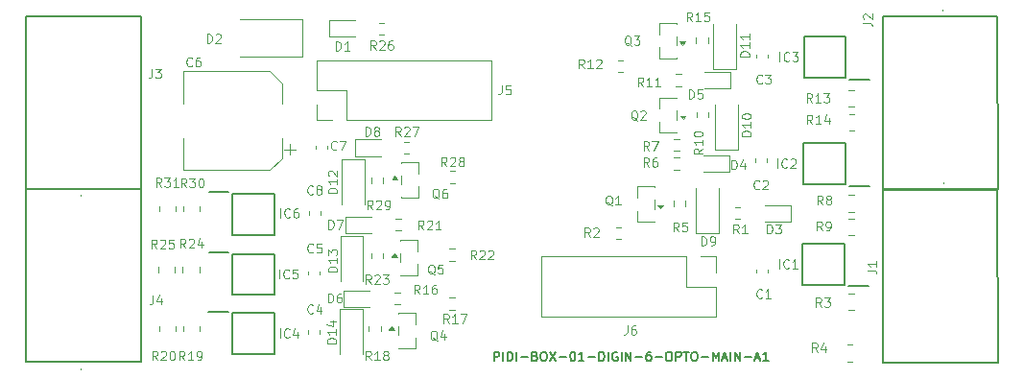
<source format=gbr>
%TF.GenerationSoftware,KiCad,Pcbnew,9.0.6*%
%TF.CreationDate,2025-12-26T20:16:36+00:00*%
%TF.ProjectId,PIDI-BOX-01-DIGIN-6-OPTO-MAIN-A1,50494449-2d42-44f5-982d-30312d444947,rev?*%
%TF.SameCoordinates,Original*%
%TF.FileFunction,Legend,Top*%
%TF.FilePolarity,Positive*%
%FSLAX46Y46*%
G04 Gerber Fmt 4.6, Leading zero omitted, Abs format (unit mm)*
G04 Created by KiCad (PCBNEW 9.0.6) date 2025-12-26 20:16:36*
%MOMM*%
%LPD*%
G01*
G04 APERTURE LIST*
%ADD10C,0.150000*%
%ADD11C,0.100000*%
%ADD12C,0.200000*%
%ADD13C,0.120000*%
G04 APERTURE END LIST*
D10*
X148269560Y-87600495D02*
X148269560Y-86800495D01*
X148269560Y-86800495D02*
X148574322Y-86800495D01*
X148574322Y-86800495D02*
X148650512Y-86838590D01*
X148650512Y-86838590D02*
X148688607Y-86876685D01*
X148688607Y-86876685D02*
X148726703Y-86952876D01*
X148726703Y-86952876D02*
X148726703Y-87067161D01*
X148726703Y-87067161D02*
X148688607Y-87143352D01*
X148688607Y-87143352D02*
X148650512Y-87181447D01*
X148650512Y-87181447D02*
X148574322Y-87219542D01*
X148574322Y-87219542D02*
X148269560Y-87219542D01*
X149069560Y-87600495D02*
X149069560Y-86800495D01*
X149450512Y-87600495D02*
X149450512Y-86800495D01*
X149450512Y-86800495D02*
X149640988Y-86800495D01*
X149640988Y-86800495D02*
X149755274Y-86838590D01*
X149755274Y-86838590D02*
X149831464Y-86914780D01*
X149831464Y-86914780D02*
X149869559Y-86990971D01*
X149869559Y-86990971D02*
X149907655Y-87143352D01*
X149907655Y-87143352D02*
X149907655Y-87257638D01*
X149907655Y-87257638D02*
X149869559Y-87410019D01*
X149869559Y-87410019D02*
X149831464Y-87486209D01*
X149831464Y-87486209D02*
X149755274Y-87562400D01*
X149755274Y-87562400D02*
X149640988Y-87600495D01*
X149640988Y-87600495D02*
X149450512Y-87600495D01*
X150250512Y-87600495D02*
X150250512Y-86800495D01*
X150631464Y-87295733D02*
X151240988Y-87295733D01*
X151888606Y-87181447D02*
X152002892Y-87219542D01*
X152002892Y-87219542D02*
X152040987Y-87257638D01*
X152040987Y-87257638D02*
X152079083Y-87333828D01*
X152079083Y-87333828D02*
X152079083Y-87448114D01*
X152079083Y-87448114D02*
X152040987Y-87524304D01*
X152040987Y-87524304D02*
X152002892Y-87562400D01*
X152002892Y-87562400D02*
X151926702Y-87600495D01*
X151926702Y-87600495D02*
X151621940Y-87600495D01*
X151621940Y-87600495D02*
X151621940Y-86800495D01*
X151621940Y-86800495D02*
X151888606Y-86800495D01*
X151888606Y-86800495D02*
X151964797Y-86838590D01*
X151964797Y-86838590D02*
X152002892Y-86876685D01*
X152002892Y-86876685D02*
X152040987Y-86952876D01*
X152040987Y-86952876D02*
X152040987Y-87029066D01*
X152040987Y-87029066D02*
X152002892Y-87105257D01*
X152002892Y-87105257D02*
X151964797Y-87143352D01*
X151964797Y-87143352D02*
X151888606Y-87181447D01*
X151888606Y-87181447D02*
X151621940Y-87181447D01*
X152574321Y-86800495D02*
X152726702Y-86800495D01*
X152726702Y-86800495D02*
X152802892Y-86838590D01*
X152802892Y-86838590D02*
X152879083Y-86914780D01*
X152879083Y-86914780D02*
X152917178Y-87067161D01*
X152917178Y-87067161D02*
X152917178Y-87333828D01*
X152917178Y-87333828D02*
X152879083Y-87486209D01*
X152879083Y-87486209D02*
X152802892Y-87562400D01*
X152802892Y-87562400D02*
X152726702Y-87600495D01*
X152726702Y-87600495D02*
X152574321Y-87600495D01*
X152574321Y-87600495D02*
X152498130Y-87562400D01*
X152498130Y-87562400D02*
X152421940Y-87486209D01*
X152421940Y-87486209D02*
X152383844Y-87333828D01*
X152383844Y-87333828D02*
X152383844Y-87067161D01*
X152383844Y-87067161D02*
X152421940Y-86914780D01*
X152421940Y-86914780D02*
X152498130Y-86838590D01*
X152498130Y-86838590D02*
X152574321Y-86800495D01*
X153183844Y-86800495D02*
X153717178Y-87600495D01*
X153717178Y-86800495D02*
X153183844Y-87600495D01*
X154021940Y-87295733D02*
X154631464Y-87295733D01*
X155164797Y-86800495D02*
X155240987Y-86800495D01*
X155240987Y-86800495D02*
X155317178Y-86838590D01*
X155317178Y-86838590D02*
X155355273Y-86876685D01*
X155355273Y-86876685D02*
X155393368Y-86952876D01*
X155393368Y-86952876D02*
X155431463Y-87105257D01*
X155431463Y-87105257D02*
X155431463Y-87295733D01*
X155431463Y-87295733D02*
X155393368Y-87448114D01*
X155393368Y-87448114D02*
X155355273Y-87524304D01*
X155355273Y-87524304D02*
X155317178Y-87562400D01*
X155317178Y-87562400D02*
X155240987Y-87600495D01*
X155240987Y-87600495D02*
X155164797Y-87600495D01*
X155164797Y-87600495D02*
X155088606Y-87562400D01*
X155088606Y-87562400D02*
X155050511Y-87524304D01*
X155050511Y-87524304D02*
X155012416Y-87448114D01*
X155012416Y-87448114D02*
X154974320Y-87295733D01*
X154974320Y-87295733D02*
X154974320Y-87105257D01*
X154974320Y-87105257D02*
X155012416Y-86952876D01*
X155012416Y-86952876D02*
X155050511Y-86876685D01*
X155050511Y-86876685D02*
X155088606Y-86838590D01*
X155088606Y-86838590D02*
X155164797Y-86800495D01*
X156193368Y-87600495D02*
X155736225Y-87600495D01*
X155964797Y-87600495D02*
X155964797Y-86800495D01*
X155964797Y-86800495D02*
X155888606Y-86914780D01*
X155888606Y-86914780D02*
X155812416Y-86990971D01*
X155812416Y-86990971D02*
X155736225Y-87029066D01*
X156536226Y-87295733D02*
X157145750Y-87295733D01*
X157526702Y-87600495D02*
X157526702Y-86800495D01*
X157526702Y-86800495D02*
X157717178Y-86800495D01*
X157717178Y-86800495D02*
X157831464Y-86838590D01*
X157831464Y-86838590D02*
X157907654Y-86914780D01*
X157907654Y-86914780D02*
X157945749Y-86990971D01*
X157945749Y-86990971D02*
X157983845Y-87143352D01*
X157983845Y-87143352D02*
X157983845Y-87257638D01*
X157983845Y-87257638D02*
X157945749Y-87410019D01*
X157945749Y-87410019D02*
X157907654Y-87486209D01*
X157907654Y-87486209D02*
X157831464Y-87562400D01*
X157831464Y-87562400D02*
X157717178Y-87600495D01*
X157717178Y-87600495D02*
X157526702Y-87600495D01*
X158326702Y-87600495D02*
X158326702Y-86800495D01*
X159126701Y-86838590D02*
X159050511Y-86800495D01*
X159050511Y-86800495D02*
X158936225Y-86800495D01*
X158936225Y-86800495D02*
X158821939Y-86838590D01*
X158821939Y-86838590D02*
X158745749Y-86914780D01*
X158745749Y-86914780D02*
X158707654Y-86990971D01*
X158707654Y-86990971D02*
X158669558Y-87143352D01*
X158669558Y-87143352D02*
X158669558Y-87257638D01*
X158669558Y-87257638D02*
X158707654Y-87410019D01*
X158707654Y-87410019D02*
X158745749Y-87486209D01*
X158745749Y-87486209D02*
X158821939Y-87562400D01*
X158821939Y-87562400D02*
X158936225Y-87600495D01*
X158936225Y-87600495D02*
X159012416Y-87600495D01*
X159012416Y-87600495D02*
X159126701Y-87562400D01*
X159126701Y-87562400D02*
X159164797Y-87524304D01*
X159164797Y-87524304D02*
X159164797Y-87257638D01*
X159164797Y-87257638D02*
X159012416Y-87257638D01*
X159507654Y-87600495D02*
X159507654Y-86800495D01*
X159888606Y-87600495D02*
X159888606Y-86800495D01*
X159888606Y-86800495D02*
X160345749Y-87600495D01*
X160345749Y-87600495D02*
X160345749Y-86800495D01*
X160726701Y-87295733D02*
X161336225Y-87295733D01*
X162060034Y-86800495D02*
X161907653Y-86800495D01*
X161907653Y-86800495D02*
X161831462Y-86838590D01*
X161831462Y-86838590D02*
X161793367Y-86876685D01*
X161793367Y-86876685D02*
X161717177Y-86990971D01*
X161717177Y-86990971D02*
X161679081Y-87143352D01*
X161679081Y-87143352D02*
X161679081Y-87448114D01*
X161679081Y-87448114D02*
X161717177Y-87524304D01*
X161717177Y-87524304D02*
X161755272Y-87562400D01*
X161755272Y-87562400D02*
X161831462Y-87600495D01*
X161831462Y-87600495D02*
X161983843Y-87600495D01*
X161983843Y-87600495D02*
X162060034Y-87562400D01*
X162060034Y-87562400D02*
X162098129Y-87524304D01*
X162098129Y-87524304D02*
X162136224Y-87448114D01*
X162136224Y-87448114D02*
X162136224Y-87257638D01*
X162136224Y-87257638D02*
X162098129Y-87181447D01*
X162098129Y-87181447D02*
X162060034Y-87143352D01*
X162060034Y-87143352D02*
X161983843Y-87105257D01*
X161983843Y-87105257D02*
X161831462Y-87105257D01*
X161831462Y-87105257D02*
X161755272Y-87143352D01*
X161755272Y-87143352D02*
X161717177Y-87181447D01*
X161717177Y-87181447D02*
X161679081Y-87257638D01*
X162479082Y-87295733D02*
X163088606Y-87295733D01*
X163621939Y-86800495D02*
X163774320Y-86800495D01*
X163774320Y-86800495D02*
X163850510Y-86838590D01*
X163850510Y-86838590D02*
X163926701Y-86914780D01*
X163926701Y-86914780D02*
X163964796Y-87067161D01*
X163964796Y-87067161D02*
X163964796Y-87333828D01*
X163964796Y-87333828D02*
X163926701Y-87486209D01*
X163926701Y-87486209D02*
X163850510Y-87562400D01*
X163850510Y-87562400D02*
X163774320Y-87600495D01*
X163774320Y-87600495D02*
X163621939Y-87600495D01*
X163621939Y-87600495D02*
X163545748Y-87562400D01*
X163545748Y-87562400D02*
X163469558Y-87486209D01*
X163469558Y-87486209D02*
X163431462Y-87333828D01*
X163431462Y-87333828D02*
X163431462Y-87067161D01*
X163431462Y-87067161D02*
X163469558Y-86914780D01*
X163469558Y-86914780D02*
X163545748Y-86838590D01*
X163545748Y-86838590D02*
X163621939Y-86800495D01*
X164307653Y-87600495D02*
X164307653Y-86800495D01*
X164307653Y-86800495D02*
X164612415Y-86800495D01*
X164612415Y-86800495D02*
X164688605Y-86838590D01*
X164688605Y-86838590D02*
X164726700Y-86876685D01*
X164726700Y-86876685D02*
X164764796Y-86952876D01*
X164764796Y-86952876D02*
X164764796Y-87067161D01*
X164764796Y-87067161D02*
X164726700Y-87143352D01*
X164726700Y-87143352D02*
X164688605Y-87181447D01*
X164688605Y-87181447D02*
X164612415Y-87219542D01*
X164612415Y-87219542D02*
X164307653Y-87219542D01*
X164993367Y-86800495D02*
X165450510Y-86800495D01*
X165221938Y-87600495D02*
X165221938Y-86800495D01*
X165869558Y-86800495D02*
X166021939Y-86800495D01*
X166021939Y-86800495D02*
X166098129Y-86838590D01*
X166098129Y-86838590D02*
X166174320Y-86914780D01*
X166174320Y-86914780D02*
X166212415Y-87067161D01*
X166212415Y-87067161D02*
X166212415Y-87333828D01*
X166212415Y-87333828D02*
X166174320Y-87486209D01*
X166174320Y-87486209D02*
X166098129Y-87562400D01*
X166098129Y-87562400D02*
X166021939Y-87600495D01*
X166021939Y-87600495D02*
X165869558Y-87600495D01*
X165869558Y-87600495D02*
X165793367Y-87562400D01*
X165793367Y-87562400D02*
X165717177Y-87486209D01*
X165717177Y-87486209D02*
X165679081Y-87333828D01*
X165679081Y-87333828D02*
X165679081Y-87067161D01*
X165679081Y-87067161D02*
X165717177Y-86914780D01*
X165717177Y-86914780D02*
X165793367Y-86838590D01*
X165793367Y-86838590D02*
X165869558Y-86800495D01*
X166555272Y-87295733D02*
X167164796Y-87295733D01*
X167545748Y-87600495D02*
X167545748Y-86800495D01*
X167545748Y-86800495D02*
X167812414Y-87371923D01*
X167812414Y-87371923D02*
X168079081Y-86800495D01*
X168079081Y-86800495D02*
X168079081Y-87600495D01*
X168421938Y-87371923D02*
X168802891Y-87371923D01*
X168345748Y-87600495D02*
X168612415Y-86800495D01*
X168612415Y-86800495D02*
X168879081Y-87600495D01*
X169145748Y-87600495D02*
X169145748Y-86800495D01*
X169526700Y-87600495D02*
X169526700Y-86800495D01*
X169526700Y-86800495D02*
X169983843Y-87600495D01*
X169983843Y-87600495D02*
X169983843Y-86800495D01*
X170364795Y-87295733D02*
X170974319Y-87295733D01*
X171317175Y-87371923D02*
X171698128Y-87371923D01*
X171240985Y-87600495D02*
X171507652Y-86800495D01*
X171507652Y-86800495D02*
X171774318Y-87600495D01*
X172460032Y-87600495D02*
X172002889Y-87600495D01*
X172231461Y-87600495D02*
X172231461Y-86800495D01*
X172231461Y-86800495D02*
X172155270Y-86914780D01*
X172155270Y-86914780D02*
X172079080Y-86990971D01*
X172079080Y-86990971D02*
X172002889Y-87029066D01*
D11*
X181214295Y-79627866D02*
X181785723Y-79627866D01*
X181785723Y-79627866D02*
X181900009Y-79665961D01*
X181900009Y-79665961D02*
X181976200Y-79742152D01*
X181976200Y-79742152D02*
X182014295Y-79856437D01*
X182014295Y-79856437D02*
X182014295Y-79932628D01*
X182014295Y-78827866D02*
X182014295Y-79285009D01*
X182014295Y-79056437D02*
X181214295Y-79056437D01*
X181214295Y-79056437D02*
X181328580Y-79132628D01*
X181328580Y-79132628D02*
X181404771Y-79208818D01*
X181404771Y-79208818D02*
X181442866Y-79285009D01*
X158699209Y-73911085D02*
X158623019Y-73872990D01*
X158623019Y-73872990D02*
X158546828Y-73796800D01*
X158546828Y-73796800D02*
X158432542Y-73682514D01*
X158432542Y-73682514D02*
X158356352Y-73644419D01*
X158356352Y-73644419D02*
X158280161Y-73644419D01*
X158318257Y-73834895D02*
X158242066Y-73796800D01*
X158242066Y-73796800D02*
X158165876Y-73720609D01*
X158165876Y-73720609D02*
X158127780Y-73568228D01*
X158127780Y-73568228D02*
X158127780Y-73301561D01*
X158127780Y-73301561D02*
X158165876Y-73149180D01*
X158165876Y-73149180D02*
X158242066Y-73072990D01*
X158242066Y-73072990D02*
X158318257Y-73034895D01*
X158318257Y-73034895D02*
X158470638Y-73034895D01*
X158470638Y-73034895D02*
X158546828Y-73072990D01*
X158546828Y-73072990D02*
X158623019Y-73149180D01*
X158623019Y-73149180D02*
X158661114Y-73301561D01*
X158661114Y-73301561D02*
X158661114Y-73568228D01*
X158661114Y-73568228D02*
X158623019Y-73720609D01*
X158623019Y-73720609D02*
X158546828Y-73796800D01*
X158546828Y-73796800D02*
X158470638Y-73834895D01*
X158470638Y-73834895D02*
X158318257Y-73834895D01*
X159423018Y-73834895D02*
X158965875Y-73834895D01*
X159194447Y-73834895D02*
X159194447Y-73034895D01*
X159194447Y-73034895D02*
X159118256Y-73149180D01*
X159118256Y-73149180D02*
X159042066Y-73225371D01*
X159042066Y-73225371D02*
X158965875Y-73263466D01*
X137410714Y-87539895D02*
X137144047Y-87158942D01*
X136953571Y-87539895D02*
X136953571Y-86739895D01*
X136953571Y-86739895D02*
X137258333Y-86739895D01*
X137258333Y-86739895D02*
X137334523Y-86777990D01*
X137334523Y-86777990D02*
X137372618Y-86816085D01*
X137372618Y-86816085D02*
X137410714Y-86892276D01*
X137410714Y-86892276D02*
X137410714Y-87006561D01*
X137410714Y-87006561D02*
X137372618Y-87082752D01*
X137372618Y-87082752D02*
X137334523Y-87120847D01*
X137334523Y-87120847D02*
X137258333Y-87158942D01*
X137258333Y-87158942D02*
X136953571Y-87158942D01*
X138172618Y-87539895D02*
X137715475Y-87539895D01*
X137944047Y-87539895D02*
X137944047Y-86739895D01*
X137944047Y-86739895D02*
X137867856Y-86854180D01*
X137867856Y-86854180D02*
X137791666Y-86930371D01*
X137791666Y-86930371D02*
X137715475Y-86968466D01*
X138629761Y-87082752D02*
X138553571Y-87044657D01*
X138553571Y-87044657D02*
X138515476Y-87006561D01*
X138515476Y-87006561D02*
X138477380Y-86930371D01*
X138477380Y-86930371D02*
X138477380Y-86892276D01*
X138477380Y-86892276D02*
X138515476Y-86816085D01*
X138515476Y-86816085D02*
X138553571Y-86777990D01*
X138553571Y-86777990D02*
X138629761Y-86739895D01*
X138629761Y-86739895D02*
X138782142Y-86739895D01*
X138782142Y-86739895D02*
X138858333Y-86777990D01*
X138858333Y-86777990D02*
X138896428Y-86816085D01*
X138896428Y-86816085D02*
X138934523Y-86892276D01*
X138934523Y-86892276D02*
X138934523Y-86930371D01*
X138934523Y-86930371D02*
X138896428Y-87006561D01*
X138896428Y-87006561D02*
X138858333Y-87044657D01*
X138858333Y-87044657D02*
X138782142Y-87082752D01*
X138782142Y-87082752D02*
X138629761Y-87082752D01*
X138629761Y-87082752D02*
X138553571Y-87120847D01*
X138553571Y-87120847D02*
X138515476Y-87158942D01*
X138515476Y-87158942D02*
X138477380Y-87235133D01*
X138477380Y-87235133D02*
X138477380Y-87387514D01*
X138477380Y-87387514D02*
X138515476Y-87463704D01*
X138515476Y-87463704D02*
X138553571Y-87501800D01*
X138553571Y-87501800D02*
X138629761Y-87539895D01*
X138629761Y-87539895D02*
X138782142Y-87539895D01*
X138782142Y-87539895D02*
X138858333Y-87501800D01*
X138858333Y-87501800D02*
X138896428Y-87463704D01*
X138896428Y-87463704D02*
X138934523Y-87387514D01*
X138934523Y-87387514D02*
X138934523Y-87235133D01*
X138934523Y-87235133D02*
X138896428Y-87158942D01*
X138896428Y-87158942D02*
X138858333Y-87120847D01*
X138858333Y-87120847D02*
X138782142Y-87082752D01*
X146678714Y-78647695D02*
X146412047Y-78266742D01*
X146221571Y-78647695D02*
X146221571Y-77847695D01*
X146221571Y-77847695D02*
X146526333Y-77847695D01*
X146526333Y-77847695D02*
X146602523Y-77885790D01*
X146602523Y-77885790D02*
X146640618Y-77923885D01*
X146640618Y-77923885D02*
X146678714Y-78000076D01*
X146678714Y-78000076D02*
X146678714Y-78114361D01*
X146678714Y-78114361D02*
X146640618Y-78190552D01*
X146640618Y-78190552D02*
X146602523Y-78228647D01*
X146602523Y-78228647D02*
X146526333Y-78266742D01*
X146526333Y-78266742D02*
X146221571Y-78266742D01*
X146983475Y-77923885D02*
X147021571Y-77885790D01*
X147021571Y-77885790D02*
X147097761Y-77847695D01*
X147097761Y-77847695D02*
X147288237Y-77847695D01*
X147288237Y-77847695D02*
X147364428Y-77885790D01*
X147364428Y-77885790D02*
X147402523Y-77923885D01*
X147402523Y-77923885D02*
X147440618Y-78000076D01*
X147440618Y-78000076D02*
X147440618Y-78076266D01*
X147440618Y-78076266D02*
X147402523Y-78190552D01*
X147402523Y-78190552D02*
X146945380Y-78647695D01*
X146945380Y-78647695D02*
X147440618Y-78647695D01*
X147745380Y-77923885D02*
X147783476Y-77885790D01*
X147783476Y-77885790D02*
X147859666Y-77847695D01*
X147859666Y-77847695D02*
X148050142Y-77847695D01*
X148050142Y-77847695D02*
X148126333Y-77885790D01*
X148126333Y-77885790D02*
X148164428Y-77923885D01*
X148164428Y-77923885D02*
X148202523Y-78000076D01*
X148202523Y-78000076D02*
X148202523Y-78076266D01*
X148202523Y-78076266D02*
X148164428Y-78190552D01*
X148164428Y-78190552D02*
X147707285Y-78647695D01*
X147707285Y-78647695D02*
X148202523Y-78647695D01*
X176320514Y-64779295D02*
X176053847Y-64398342D01*
X175863371Y-64779295D02*
X175863371Y-63979295D01*
X175863371Y-63979295D02*
X176168133Y-63979295D01*
X176168133Y-63979295D02*
X176244323Y-64017390D01*
X176244323Y-64017390D02*
X176282418Y-64055485D01*
X176282418Y-64055485D02*
X176320514Y-64131676D01*
X176320514Y-64131676D02*
X176320514Y-64245961D01*
X176320514Y-64245961D02*
X176282418Y-64322152D01*
X176282418Y-64322152D02*
X176244323Y-64360247D01*
X176244323Y-64360247D02*
X176168133Y-64398342D01*
X176168133Y-64398342D02*
X175863371Y-64398342D01*
X177082418Y-64779295D02*
X176625275Y-64779295D01*
X176853847Y-64779295D02*
X176853847Y-63979295D01*
X176853847Y-63979295D02*
X176777656Y-64093580D01*
X176777656Y-64093580D02*
X176701466Y-64169771D01*
X176701466Y-64169771D02*
X176625275Y-64207866D01*
X177349085Y-63979295D02*
X177844323Y-63979295D01*
X177844323Y-63979295D02*
X177577657Y-64284057D01*
X177577657Y-64284057D02*
X177691942Y-64284057D01*
X177691942Y-64284057D02*
X177768133Y-64322152D01*
X177768133Y-64322152D02*
X177806228Y-64360247D01*
X177806228Y-64360247D02*
X177844323Y-64436438D01*
X177844323Y-64436438D02*
X177844323Y-64626914D01*
X177844323Y-64626914D02*
X177806228Y-64703104D01*
X177806228Y-64703104D02*
X177768133Y-64741200D01*
X177768133Y-64741200D02*
X177691942Y-64779295D01*
X177691942Y-64779295D02*
X177463371Y-64779295D01*
X177463371Y-64779295D02*
X177387180Y-64741200D01*
X177387180Y-64741200D02*
X177349085Y-64703104D01*
X171900867Y-63077504D02*
X171862771Y-63115600D01*
X171862771Y-63115600D02*
X171748486Y-63153695D01*
X171748486Y-63153695D02*
X171672295Y-63153695D01*
X171672295Y-63153695D02*
X171558009Y-63115600D01*
X171558009Y-63115600D02*
X171481819Y-63039409D01*
X171481819Y-63039409D02*
X171443724Y-62963219D01*
X171443724Y-62963219D02*
X171405628Y-62810838D01*
X171405628Y-62810838D02*
X171405628Y-62696552D01*
X171405628Y-62696552D02*
X171443724Y-62544171D01*
X171443724Y-62544171D02*
X171481819Y-62467980D01*
X171481819Y-62467980D02*
X171558009Y-62391790D01*
X171558009Y-62391790D02*
X171672295Y-62353695D01*
X171672295Y-62353695D02*
X171748486Y-62353695D01*
X171748486Y-62353695D02*
X171862771Y-62391790D01*
X171862771Y-62391790D02*
X171900867Y-62429885D01*
X172167533Y-62353695D02*
X172662771Y-62353695D01*
X172662771Y-62353695D02*
X172396105Y-62658457D01*
X172396105Y-62658457D02*
X172510390Y-62658457D01*
X172510390Y-62658457D02*
X172586581Y-62696552D01*
X172586581Y-62696552D02*
X172624676Y-62734647D01*
X172624676Y-62734647D02*
X172662771Y-62810838D01*
X172662771Y-62810838D02*
X172662771Y-63001314D01*
X172662771Y-63001314D02*
X172624676Y-63077504D01*
X172624676Y-63077504D02*
X172586581Y-63115600D01*
X172586581Y-63115600D02*
X172510390Y-63153695D01*
X172510390Y-63153695D02*
X172281819Y-63153695D01*
X172281819Y-63153695D02*
X172205628Y-63115600D01*
X172205628Y-63115600D02*
X172167533Y-63077504D01*
X143408409Y-73313685D02*
X143332219Y-73275590D01*
X143332219Y-73275590D02*
X143256028Y-73199400D01*
X143256028Y-73199400D02*
X143141742Y-73085114D01*
X143141742Y-73085114D02*
X143065552Y-73047019D01*
X143065552Y-73047019D02*
X142989361Y-73047019D01*
X143027457Y-73237495D02*
X142951266Y-73199400D01*
X142951266Y-73199400D02*
X142875076Y-73123209D01*
X142875076Y-73123209D02*
X142836980Y-72970828D01*
X142836980Y-72970828D02*
X142836980Y-72704161D01*
X142836980Y-72704161D02*
X142875076Y-72551780D01*
X142875076Y-72551780D02*
X142951266Y-72475590D01*
X142951266Y-72475590D02*
X143027457Y-72437495D01*
X143027457Y-72437495D02*
X143179838Y-72437495D01*
X143179838Y-72437495D02*
X143256028Y-72475590D01*
X143256028Y-72475590D02*
X143332219Y-72551780D01*
X143332219Y-72551780D02*
X143370314Y-72704161D01*
X143370314Y-72704161D02*
X143370314Y-72970828D01*
X143370314Y-72970828D02*
X143332219Y-73123209D01*
X143332219Y-73123209D02*
X143256028Y-73199400D01*
X143256028Y-73199400D02*
X143179838Y-73237495D01*
X143179838Y-73237495D02*
X143027457Y-73237495D01*
X144056028Y-72437495D02*
X143903647Y-72437495D01*
X143903647Y-72437495D02*
X143827456Y-72475590D01*
X143827456Y-72475590D02*
X143789361Y-72513685D01*
X143789361Y-72513685D02*
X143713171Y-72627971D01*
X143713171Y-72627971D02*
X143675075Y-72780352D01*
X143675075Y-72780352D02*
X143675075Y-73085114D01*
X143675075Y-73085114D02*
X143713171Y-73161304D01*
X143713171Y-73161304D02*
X143751266Y-73199400D01*
X143751266Y-73199400D02*
X143827456Y-73237495D01*
X143827456Y-73237495D02*
X143979837Y-73237495D01*
X143979837Y-73237495D02*
X144056028Y-73199400D01*
X144056028Y-73199400D02*
X144094123Y-73161304D01*
X144094123Y-73161304D02*
X144132218Y-73085114D01*
X144132218Y-73085114D02*
X144132218Y-72894638D01*
X144132218Y-72894638D02*
X144094123Y-72818447D01*
X144094123Y-72818447D02*
X144056028Y-72780352D01*
X144056028Y-72780352D02*
X143979837Y-72742257D01*
X143979837Y-72742257D02*
X143827456Y-72742257D01*
X143827456Y-72742257D02*
X143751266Y-72780352D01*
X143751266Y-72780352D02*
X143713171Y-72818447D01*
X143713171Y-72818447D02*
X143675075Y-72894638D01*
X161918667Y-69021095D02*
X161652000Y-68640142D01*
X161461524Y-69021095D02*
X161461524Y-68221095D01*
X161461524Y-68221095D02*
X161766286Y-68221095D01*
X161766286Y-68221095D02*
X161842476Y-68259190D01*
X161842476Y-68259190D02*
X161880571Y-68297285D01*
X161880571Y-68297285D02*
X161918667Y-68373476D01*
X161918667Y-68373476D02*
X161918667Y-68487761D01*
X161918667Y-68487761D02*
X161880571Y-68563952D01*
X161880571Y-68563952D02*
X161842476Y-68602047D01*
X161842476Y-68602047D02*
X161766286Y-68640142D01*
X161766286Y-68640142D02*
X161461524Y-68640142D01*
X162185333Y-68221095D02*
X162718667Y-68221095D01*
X162718667Y-68221095D02*
X162375809Y-69021095D01*
X169843467Y-76361695D02*
X169576800Y-75980742D01*
X169386324Y-76361695D02*
X169386324Y-75561695D01*
X169386324Y-75561695D02*
X169691086Y-75561695D01*
X169691086Y-75561695D02*
X169767276Y-75599790D01*
X169767276Y-75599790D02*
X169805371Y-75637885D01*
X169805371Y-75637885D02*
X169843467Y-75714076D01*
X169843467Y-75714076D02*
X169843467Y-75828361D01*
X169843467Y-75828361D02*
X169805371Y-75904552D01*
X169805371Y-75904552D02*
X169767276Y-75942647D01*
X169767276Y-75942647D02*
X169691086Y-75980742D01*
X169691086Y-75980742D02*
X169386324Y-75980742D01*
X170605371Y-76361695D02*
X170148228Y-76361695D01*
X170376800Y-76361695D02*
X170376800Y-75561695D01*
X170376800Y-75561695D02*
X170300609Y-75675980D01*
X170300609Y-75675980D02*
X170224419Y-75752171D01*
X170224419Y-75752171D02*
X170148228Y-75790266D01*
X171900867Y-82000504D02*
X171862771Y-82038600D01*
X171862771Y-82038600D02*
X171748486Y-82076695D01*
X171748486Y-82076695D02*
X171672295Y-82076695D01*
X171672295Y-82076695D02*
X171558009Y-82038600D01*
X171558009Y-82038600D02*
X171481819Y-81962409D01*
X171481819Y-81962409D02*
X171443724Y-81886219D01*
X171443724Y-81886219D02*
X171405628Y-81733838D01*
X171405628Y-81733838D02*
X171405628Y-81619552D01*
X171405628Y-81619552D02*
X171443724Y-81467171D01*
X171443724Y-81467171D02*
X171481819Y-81390980D01*
X171481819Y-81390980D02*
X171558009Y-81314790D01*
X171558009Y-81314790D02*
X171672295Y-81276695D01*
X171672295Y-81276695D02*
X171748486Y-81276695D01*
X171748486Y-81276695D02*
X171862771Y-81314790D01*
X171862771Y-81314790D02*
X171900867Y-81352885D01*
X172662771Y-82076695D02*
X172205628Y-82076695D01*
X172434200Y-82076695D02*
X172434200Y-81276695D01*
X172434200Y-81276695D02*
X172358009Y-81390980D01*
X172358009Y-81390980D02*
X172281819Y-81467171D01*
X172281819Y-81467171D02*
X172205628Y-81505266D01*
X134359667Y-68919504D02*
X134321571Y-68957600D01*
X134321571Y-68957600D02*
X134207286Y-68995695D01*
X134207286Y-68995695D02*
X134131095Y-68995695D01*
X134131095Y-68995695D02*
X134016809Y-68957600D01*
X134016809Y-68957600D02*
X133940619Y-68881409D01*
X133940619Y-68881409D02*
X133902524Y-68805219D01*
X133902524Y-68805219D02*
X133864428Y-68652838D01*
X133864428Y-68652838D02*
X133864428Y-68538552D01*
X133864428Y-68538552D02*
X133902524Y-68386171D01*
X133902524Y-68386171D02*
X133940619Y-68309980D01*
X133940619Y-68309980D02*
X134016809Y-68233790D01*
X134016809Y-68233790D02*
X134131095Y-68195695D01*
X134131095Y-68195695D02*
X134207286Y-68195695D01*
X134207286Y-68195695D02*
X134321571Y-68233790D01*
X134321571Y-68233790D02*
X134359667Y-68271885D01*
X134626333Y-68195695D02*
X135159667Y-68195695D01*
X135159667Y-68195695D02*
X134816809Y-68995695D01*
X156203714Y-61782095D02*
X155937047Y-61401142D01*
X155746571Y-61782095D02*
X155746571Y-60982095D01*
X155746571Y-60982095D02*
X156051333Y-60982095D01*
X156051333Y-60982095D02*
X156127523Y-61020190D01*
X156127523Y-61020190D02*
X156165618Y-61058285D01*
X156165618Y-61058285D02*
X156203714Y-61134476D01*
X156203714Y-61134476D02*
X156203714Y-61248761D01*
X156203714Y-61248761D02*
X156165618Y-61324952D01*
X156165618Y-61324952D02*
X156127523Y-61363047D01*
X156127523Y-61363047D02*
X156051333Y-61401142D01*
X156051333Y-61401142D02*
X155746571Y-61401142D01*
X156965618Y-61782095D02*
X156508475Y-61782095D01*
X156737047Y-61782095D02*
X156737047Y-60982095D01*
X156737047Y-60982095D02*
X156660856Y-61096380D01*
X156660856Y-61096380D02*
X156584666Y-61172571D01*
X156584666Y-61172571D02*
X156508475Y-61210666D01*
X157270380Y-61058285D02*
X157308476Y-61020190D01*
X157308476Y-61020190D02*
X157384666Y-60982095D01*
X157384666Y-60982095D02*
X157575142Y-60982095D01*
X157575142Y-60982095D02*
X157651333Y-61020190D01*
X157651333Y-61020190D02*
X157689428Y-61058285D01*
X157689428Y-61058285D02*
X157727523Y-61134476D01*
X157727523Y-61134476D02*
X157727523Y-61210666D01*
X157727523Y-61210666D02*
X157689428Y-61324952D01*
X157689428Y-61324952D02*
X157232285Y-61782095D01*
X157232285Y-61782095D02*
X157727523Y-61782095D01*
X177260267Y-73821695D02*
X176993600Y-73440742D01*
X176803124Y-73821695D02*
X176803124Y-73021695D01*
X176803124Y-73021695D02*
X177107886Y-73021695D01*
X177107886Y-73021695D02*
X177184076Y-73059790D01*
X177184076Y-73059790D02*
X177222171Y-73097885D01*
X177222171Y-73097885D02*
X177260267Y-73174076D01*
X177260267Y-73174076D02*
X177260267Y-73288361D01*
X177260267Y-73288361D02*
X177222171Y-73364552D01*
X177222171Y-73364552D02*
X177184076Y-73402647D01*
X177184076Y-73402647D02*
X177107886Y-73440742D01*
X177107886Y-73440742D02*
X176803124Y-73440742D01*
X177717409Y-73364552D02*
X177641219Y-73326457D01*
X177641219Y-73326457D02*
X177603124Y-73288361D01*
X177603124Y-73288361D02*
X177565028Y-73212171D01*
X177565028Y-73212171D02*
X177565028Y-73174076D01*
X177565028Y-73174076D02*
X177603124Y-73097885D01*
X177603124Y-73097885D02*
X177641219Y-73059790D01*
X177641219Y-73059790D02*
X177717409Y-73021695D01*
X177717409Y-73021695D02*
X177869790Y-73021695D01*
X177869790Y-73021695D02*
X177945981Y-73059790D01*
X177945981Y-73059790D02*
X177984076Y-73097885D01*
X177984076Y-73097885D02*
X178022171Y-73174076D01*
X178022171Y-73174076D02*
X178022171Y-73212171D01*
X178022171Y-73212171D02*
X177984076Y-73288361D01*
X177984076Y-73288361D02*
X177945981Y-73326457D01*
X177945981Y-73326457D02*
X177869790Y-73364552D01*
X177869790Y-73364552D02*
X177717409Y-73364552D01*
X177717409Y-73364552D02*
X177641219Y-73402647D01*
X177641219Y-73402647D02*
X177603124Y-73440742D01*
X177603124Y-73440742D02*
X177565028Y-73516933D01*
X177565028Y-73516933D02*
X177565028Y-73669314D01*
X177565028Y-73669314D02*
X177603124Y-73745504D01*
X177603124Y-73745504D02*
X177641219Y-73783600D01*
X177641219Y-73783600D02*
X177717409Y-73821695D01*
X177717409Y-73821695D02*
X177869790Y-73821695D01*
X177869790Y-73821695D02*
X177945981Y-73783600D01*
X177945981Y-73783600D02*
X177984076Y-73745504D01*
X177984076Y-73745504D02*
X178022171Y-73669314D01*
X178022171Y-73669314D02*
X178022171Y-73516933D01*
X178022171Y-73516933D02*
X177984076Y-73440742D01*
X177984076Y-73440742D02*
X177945981Y-73402647D01*
X177945981Y-73402647D02*
X177869790Y-73364552D01*
X133609524Y-82464895D02*
X133609524Y-81664895D01*
X133609524Y-81664895D02*
X133800000Y-81664895D01*
X133800000Y-81664895D02*
X133914286Y-81702990D01*
X133914286Y-81702990D02*
X133990476Y-81779180D01*
X133990476Y-81779180D02*
X134028571Y-81855371D01*
X134028571Y-81855371D02*
X134066667Y-82007752D01*
X134066667Y-82007752D02*
X134066667Y-82122038D01*
X134066667Y-82122038D02*
X134028571Y-82274419D01*
X134028571Y-82274419D02*
X133990476Y-82350609D01*
X133990476Y-82350609D02*
X133914286Y-82426800D01*
X133914286Y-82426800D02*
X133800000Y-82464895D01*
X133800000Y-82464895D02*
X133609524Y-82464895D01*
X134752381Y-81664895D02*
X134600000Y-81664895D01*
X134600000Y-81664895D02*
X134523809Y-81702990D01*
X134523809Y-81702990D02*
X134485714Y-81741085D01*
X134485714Y-81741085D02*
X134409524Y-81855371D01*
X134409524Y-81855371D02*
X134371428Y-82007752D01*
X134371428Y-82007752D02*
X134371428Y-82312514D01*
X134371428Y-82312514D02*
X134409524Y-82388704D01*
X134409524Y-82388704D02*
X134447619Y-82426800D01*
X134447619Y-82426800D02*
X134523809Y-82464895D01*
X134523809Y-82464895D02*
X134676190Y-82464895D01*
X134676190Y-82464895D02*
X134752381Y-82426800D01*
X134752381Y-82426800D02*
X134790476Y-82388704D01*
X134790476Y-82388704D02*
X134828571Y-82312514D01*
X134828571Y-82312514D02*
X134828571Y-82122038D01*
X134828571Y-82122038D02*
X134790476Y-82045847D01*
X134790476Y-82045847D02*
X134752381Y-82007752D01*
X134752381Y-82007752D02*
X134676190Y-81969657D01*
X134676190Y-81969657D02*
X134523809Y-81969657D01*
X134523809Y-81969657D02*
X134447619Y-82007752D01*
X134447619Y-82007752D02*
X134409524Y-82045847D01*
X134409524Y-82045847D02*
X134371428Y-82122038D01*
X166541524Y-77428495D02*
X166541524Y-76628495D01*
X166541524Y-76628495D02*
X166732000Y-76628495D01*
X166732000Y-76628495D02*
X166846286Y-76666590D01*
X166846286Y-76666590D02*
X166922476Y-76742780D01*
X166922476Y-76742780D02*
X166960571Y-76818971D01*
X166960571Y-76818971D02*
X166998667Y-76971352D01*
X166998667Y-76971352D02*
X166998667Y-77085638D01*
X166998667Y-77085638D02*
X166960571Y-77238019D01*
X166960571Y-77238019D02*
X166922476Y-77314209D01*
X166922476Y-77314209D02*
X166846286Y-77390400D01*
X166846286Y-77390400D02*
X166732000Y-77428495D01*
X166732000Y-77428495D02*
X166541524Y-77428495D01*
X167379619Y-77428495D02*
X167532000Y-77428495D01*
X167532000Y-77428495D02*
X167608190Y-77390400D01*
X167608190Y-77390400D02*
X167646286Y-77352304D01*
X167646286Y-77352304D02*
X167722476Y-77238019D01*
X167722476Y-77238019D02*
X167760571Y-77085638D01*
X167760571Y-77085638D02*
X167760571Y-76780876D01*
X167760571Y-76780876D02*
X167722476Y-76704685D01*
X167722476Y-76704685D02*
X167684381Y-76666590D01*
X167684381Y-76666590D02*
X167608190Y-76628495D01*
X167608190Y-76628495D02*
X167455809Y-76628495D01*
X167455809Y-76628495D02*
X167379619Y-76666590D01*
X167379619Y-76666590D02*
X167341524Y-76704685D01*
X167341524Y-76704685D02*
X167303428Y-76780876D01*
X167303428Y-76780876D02*
X167303428Y-76971352D01*
X167303428Y-76971352D02*
X167341524Y-77047542D01*
X167341524Y-77047542D02*
X167379619Y-77085638D01*
X167379619Y-77085638D02*
X167455809Y-77123733D01*
X167455809Y-77123733D02*
X167608190Y-77123733D01*
X167608190Y-77123733D02*
X167684381Y-77085638D01*
X167684381Y-77085638D02*
X167722476Y-77047542D01*
X167722476Y-77047542D02*
X167760571Y-76971352D01*
X161410714Y-63382295D02*
X161144047Y-63001342D01*
X160953571Y-63382295D02*
X160953571Y-62582295D01*
X160953571Y-62582295D02*
X161258333Y-62582295D01*
X161258333Y-62582295D02*
X161334523Y-62620390D01*
X161334523Y-62620390D02*
X161372618Y-62658485D01*
X161372618Y-62658485D02*
X161410714Y-62734676D01*
X161410714Y-62734676D02*
X161410714Y-62848961D01*
X161410714Y-62848961D02*
X161372618Y-62925152D01*
X161372618Y-62925152D02*
X161334523Y-62963247D01*
X161334523Y-62963247D02*
X161258333Y-63001342D01*
X161258333Y-63001342D02*
X160953571Y-63001342D01*
X162172618Y-63382295D02*
X161715475Y-63382295D01*
X161944047Y-63382295D02*
X161944047Y-62582295D01*
X161944047Y-62582295D02*
X161867856Y-62696580D01*
X161867856Y-62696580D02*
X161791666Y-62772771D01*
X161791666Y-62772771D02*
X161715475Y-62810866D01*
X162934523Y-63382295D02*
X162477380Y-63382295D01*
X162705952Y-63382295D02*
X162705952Y-62582295D01*
X162705952Y-62582295D02*
X162629761Y-62696580D01*
X162629761Y-62696580D02*
X162553571Y-62772771D01*
X162553571Y-62772771D02*
X162477380Y-62810866D01*
X166664895Y-68864285D02*
X166283942Y-69130952D01*
X166664895Y-69321428D02*
X165864895Y-69321428D01*
X165864895Y-69321428D02*
X165864895Y-69016666D01*
X165864895Y-69016666D02*
X165902990Y-68940476D01*
X165902990Y-68940476D02*
X165941085Y-68902381D01*
X165941085Y-68902381D02*
X166017276Y-68864285D01*
X166017276Y-68864285D02*
X166131561Y-68864285D01*
X166131561Y-68864285D02*
X166207752Y-68902381D01*
X166207752Y-68902381D02*
X166245847Y-68940476D01*
X166245847Y-68940476D02*
X166283942Y-69016666D01*
X166283942Y-69016666D02*
X166283942Y-69321428D01*
X166664895Y-68102381D02*
X166664895Y-68559524D01*
X166664895Y-68330952D02*
X165864895Y-68330952D01*
X165864895Y-68330952D02*
X165979180Y-68407143D01*
X165979180Y-68407143D02*
X166055371Y-68483333D01*
X166055371Y-68483333D02*
X166093466Y-68559524D01*
X165864895Y-67607142D02*
X165864895Y-67530952D01*
X165864895Y-67530952D02*
X165902990Y-67454761D01*
X165902990Y-67454761D02*
X165941085Y-67416666D01*
X165941085Y-67416666D02*
X166017276Y-67378571D01*
X166017276Y-67378571D02*
X166169657Y-67340476D01*
X166169657Y-67340476D02*
X166360133Y-67340476D01*
X166360133Y-67340476D02*
X166512514Y-67378571D01*
X166512514Y-67378571D02*
X166588704Y-67416666D01*
X166588704Y-67416666D02*
X166626800Y-67454761D01*
X166626800Y-67454761D02*
X166664895Y-67530952D01*
X166664895Y-67530952D02*
X166664895Y-67607142D01*
X166664895Y-67607142D02*
X166626800Y-67683333D01*
X166626800Y-67683333D02*
X166588704Y-67721428D01*
X166588704Y-67721428D02*
X166512514Y-67759523D01*
X166512514Y-67759523D02*
X166360133Y-67797619D01*
X166360133Y-67797619D02*
X166169657Y-67797619D01*
X166169657Y-67797619D02*
X166017276Y-67759523D01*
X166017276Y-67759523D02*
X165941085Y-67721428D01*
X165941085Y-67721428D02*
X165902990Y-67683333D01*
X165902990Y-67683333D02*
X165864895Y-67607142D01*
X129419048Y-74939895D02*
X129419048Y-74139895D01*
X130257143Y-74863704D02*
X130219047Y-74901800D01*
X130219047Y-74901800D02*
X130104762Y-74939895D01*
X130104762Y-74939895D02*
X130028571Y-74939895D01*
X130028571Y-74939895D02*
X129914285Y-74901800D01*
X129914285Y-74901800D02*
X129838095Y-74825609D01*
X129838095Y-74825609D02*
X129800000Y-74749419D01*
X129800000Y-74749419D02*
X129761904Y-74597038D01*
X129761904Y-74597038D02*
X129761904Y-74482752D01*
X129761904Y-74482752D02*
X129800000Y-74330371D01*
X129800000Y-74330371D02*
X129838095Y-74254180D01*
X129838095Y-74254180D02*
X129914285Y-74177990D01*
X129914285Y-74177990D02*
X130028571Y-74139895D01*
X130028571Y-74139895D02*
X130104762Y-74139895D01*
X130104762Y-74139895D02*
X130219047Y-74177990D01*
X130219047Y-74177990D02*
X130257143Y-74216085D01*
X130942857Y-74139895D02*
X130790476Y-74139895D01*
X130790476Y-74139895D02*
X130714285Y-74177990D01*
X130714285Y-74177990D02*
X130676190Y-74216085D01*
X130676190Y-74216085D02*
X130600000Y-74330371D01*
X130600000Y-74330371D02*
X130561904Y-74482752D01*
X130561904Y-74482752D02*
X130561904Y-74787514D01*
X130561904Y-74787514D02*
X130600000Y-74863704D01*
X130600000Y-74863704D02*
X130638095Y-74901800D01*
X130638095Y-74901800D02*
X130714285Y-74939895D01*
X130714285Y-74939895D02*
X130866666Y-74939895D01*
X130866666Y-74939895D02*
X130942857Y-74901800D01*
X130942857Y-74901800D02*
X130980952Y-74863704D01*
X130980952Y-74863704D02*
X131019047Y-74787514D01*
X131019047Y-74787514D02*
X131019047Y-74597038D01*
X131019047Y-74597038D02*
X130980952Y-74520847D01*
X130980952Y-74520847D02*
X130942857Y-74482752D01*
X130942857Y-74482752D02*
X130866666Y-74444657D01*
X130866666Y-74444657D02*
X130714285Y-74444657D01*
X130714285Y-74444657D02*
X130638095Y-74482752D01*
X130638095Y-74482752D02*
X130600000Y-74520847D01*
X130600000Y-74520847D02*
X130561904Y-74597038D01*
X120960714Y-87539895D02*
X120694047Y-87158942D01*
X120503571Y-87539895D02*
X120503571Y-86739895D01*
X120503571Y-86739895D02*
X120808333Y-86739895D01*
X120808333Y-86739895D02*
X120884523Y-86777990D01*
X120884523Y-86777990D02*
X120922618Y-86816085D01*
X120922618Y-86816085D02*
X120960714Y-86892276D01*
X120960714Y-86892276D02*
X120960714Y-87006561D01*
X120960714Y-87006561D02*
X120922618Y-87082752D01*
X120922618Y-87082752D02*
X120884523Y-87120847D01*
X120884523Y-87120847D02*
X120808333Y-87158942D01*
X120808333Y-87158942D02*
X120503571Y-87158942D01*
X121722618Y-87539895D02*
X121265475Y-87539895D01*
X121494047Y-87539895D02*
X121494047Y-86739895D01*
X121494047Y-86739895D02*
X121417856Y-86854180D01*
X121417856Y-86854180D02*
X121341666Y-86930371D01*
X121341666Y-86930371D02*
X121265475Y-86968466D01*
X122103571Y-87539895D02*
X122255952Y-87539895D01*
X122255952Y-87539895D02*
X122332142Y-87501800D01*
X122332142Y-87501800D02*
X122370238Y-87463704D01*
X122370238Y-87463704D02*
X122446428Y-87349419D01*
X122446428Y-87349419D02*
X122484523Y-87197038D01*
X122484523Y-87197038D02*
X122484523Y-86892276D01*
X122484523Y-86892276D02*
X122446428Y-86816085D01*
X122446428Y-86816085D02*
X122408333Y-86777990D01*
X122408333Y-86777990D02*
X122332142Y-86739895D01*
X122332142Y-86739895D02*
X122179761Y-86739895D01*
X122179761Y-86739895D02*
X122103571Y-86777990D01*
X122103571Y-86777990D02*
X122065476Y-86816085D01*
X122065476Y-86816085D02*
X122027380Y-86892276D01*
X122027380Y-86892276D02*
X122027380Y-87082752D01*
X122027380Y-87082752D02*
X122065476Y-87158942D01*
X122065476Y-87158942D02*
X122103571Y-87197038D01*
X122103571Y-87197038D02*
X122179761Y-87235133D01*
X122179761Y-87235133D02*
X122332142Y-87235133D01*
X122332142Y-87235133D02*
X122408333Y-87197038D01*
X122408333Y-87197038D02*
X122446428Y-87158942D01*
X122446428Y-87158942D02*
X122484523Y-87082752D01*
X141700314Y-81695695D02*
X141433647Y-81314742D01*
X141243171Y-81695695D02*
X141243171Y-80895695D01*
X141243171Y-80895695D02*
X141547933Y-80895695D01*
X141547933Y-80895695D02*
X141624123Y-80933790D01*
X141624123Y-80933790D02*
X141662218Y-80971885D01*
X141662218Y-80971885D02*
X141700314Y-81048076D01*
X141700314Y-81048076D02*
X141700314Y-81162361D01*
X141700314Y-81162361D02*
X141662218Y-81238552D01*
X141662218Y-81238552D02*
X141624123Y-81276647D01*
X141624123Y-81276647D02*
X141547933Y-81314742D01*
X141547933Y-81314742D02*
X141243171Y-81314742D01*
X142462218Y-81695695D02*
X142005075Y-81695695D01*
X142233647Y-81695695D02*
X142233647Y-80895695D01*
X142233647Y-80895695D02*
X142157456Y-81009980D01*
X142157456Y-81009980D02*
X142081266Y-81086171D01*
X142081266Y-81086171D02*
X142005075Y-81124266D01*
X143147933Y-80895695D02*
X142995552Y-80895695D01*
X142995552Y-80895695D02*
X142919361Y-80933790D01*
X142919361Y-80933790D02*
X142881266Y-80971885D01*
X142881266Y-80971885D02*
X142805076Y-81086171D01*
X142805076Y-81086171D02*
X142766980Y-81238552D01*
X142766980Y-81238552D02*
X142766980Y-81543314D01*
X142766980Y-81543314D02*
X142805076Y-81619504D01*
X142805076Y-81619504D02*
X142843171Y-81657600D01*
X142843171Y-81657600D02*
X142919361Y-81695695D01*
X142919361Y-81695695D02*
X143071742Y-81695695D01*
X143071742Y-81695695D02*
X143147933Y-81657600D01*
X143147933Y-81657600D02*
X143186028Y-81619504D01*
X143186028Y-81619504D02*
X143224123Y-81543314D01*
X143224123Y-81543314D02*
X143224123Y-81352838D01*
X143224123Y-81352838D02*
X143186028Y-81276647D01*
X143186028Y-81276647D02*
X143147933Y-81238552D01*
X143147933Y-81238552D02*
X143071742Y-81200457D01*
X143071742Y-81200457D02*
X142919361Y-81200457D01*
X142919361Y-81200457D02*
X142843171Y-81238552D01*
X142843171Y-81238552D02*
X142805076Y-81276647D01*
X142805076Y-81276647D02*
X142766980Y-81352838D01*
X118910714Y-72239895D02*
X118644047Y-71858942D01*
X118453571Y-72239895D02*
X118453571Y-71439895D01*
X118453571Y-71439895D02*
X118758333Y-71439895D01*
X118758333Y-71439895D02*
X118834523Y-71477990D01*
X118834523Y-71477990D02*
X118872618Y-71516085D01*
X118872618Y-71516085D02*
X118910714Y-71592276D01*
X118910714Y-71592276D02*
X118910714Y-71706561D01*
X118910714Y-71706561D02*
X118872618Y-71782752D01*
X118872618Y-71782752D02*
X118834523Y-71820847D01*
X118834523Y-71820847D02*
X118758333Y-71858942D01*
X118758333Y-71858942D02*
X118453571Y-71858942D01*
X119177380Y-71439895D02*
X119672618Y-71439895D01*
X119672618Y-71439895D02*
X119405952Y-71744657D01*
X119405952Y-71744657D02*
X119520237Y-71744657D01*
X119520237Y-71744657D02*
X119596428Y-71782752D01*
X119596428Y-71782752D02*
X119634523Y-71820847D01*
X119634523Y-71820847D02*
X119672618Y-71897038D01*
X119672618Y-71897038D02*
X119672618Y-72087514D01*
X119672618Y-72087514D02*
X119634523Y-72163704D01*
X119634523Y-72163704D02*
X119596428Y-72201800D01*
X119596428Y-72201800D02*
X119520237Y-72239895D01*
X119520237Y-72239895D02*
X119291666Y-72239895D01*
X119291666Y-72239895D02*
X119215475Y-72201800D01*
X119215475Y-72201800D02*
X119177380Y-72163704D01*
X120434523Y-72239895D02*
X119977380Y-72239895D01*
X120205952Y-72239895D02*
X120205952Y-71439895D01*
X120205952Y-71439895D02*
X120129761Y-71554180D01*
X120129761Y-71554180D02*
X120053571Y-71630371D01*
X120053571Y-71630371D02*
X119977380Y-71668466D01*
X137826314Y-60156495D02*
X137559647Y-59775542D01*
X137369171Y-60156495D02*
X137369171Y-59356495D01*
X137369171Y-59356495D02*
X137673933Y-59356495D01*
X137673933Y-59356495D02*
X137750123Y-59394590D01*
X137750123Y-59394590D02*
X137788218Y-59432685D01*
X137788218Y-59432685D02*
X137826314Y-59508876D01*
X137826314Y-59508876D02*
X137826314Y-59623161D01*
X137826314Y-59623161D02*
X137788218Y-59699352D01*
X137788218Y-59699352D02*
X137750123Y-59737447D01*
X137750123Y-59737447D02*
X137673933Y-59775542D01*
X137673933Y-59775542D02*
X137369171Y-59775542D01*
X138131075Y-59432685D02*
X138169171Y-59394590D01*
X138169171Y-59394590D02*
X138245361Y-59356495D01*
X138245361Y-59356495D02*
X138435837Y-59356495D01*
X138435837Y-59356495D02*
X138512028Y-59394590D01*
X138512028Y-59394590D02*
X138550123Y-59432685D01*
X138550123Y-59432685D02*
X138588218Y-59508876D01*
X138588218Y-59508876D02*
X138588218Y-59585066D01*
X138588218Y-59585066D02*
X138550123Y-59699352D01*
X138550123Y-59699352D02*
X138092980Y-60156495D01*
X138092980Y-60156495D02*
X138588218Y-60156495D01*
X139273933Y-59356495D02*
X139121552Y-59356495D01*
X139121552Y-59356495D02*
X139045361Y-59394590D01*
X139045361Y-59394590D02*
X139007266Y-59432685D01*
X139007266Y-59432685D02*
X138931076Y-59546971D01*
X138931076Y-59546971D02*
X138892980Y-59699352D01*
X138892980Y-59699352D02*
X138892980Y-60004114D01*
X138892980Y-60004114D02*
X138931076Y-60080304D01*
X138931076Y-60080304D02*
X138969171Y-60118400D01*
X138969171Y-60118400D02*
X139045361Y-60156495D01*
X139045361Y-60156495D02*
X139197742Y-60156495D01*
X139197742Y-60156495D02*
X139273933Y-60118400D01*
X139273933Y-60118400D02*
X139312028Y-60080304D01*
X139312028Y-60080304D02*
X139350123Y-60004114D01*
X139350123Y-60004114D02*
X139350123Y-59813638D01*
X139350123Y-59813638D02*
X139312028Y-59737447D01*
X139312028Y-59737447D02*
X139273933Y-59699352D01*
X139273933Y-59699352D02*
X139197742Y-59661257D01*
X139197742Y-59661257D02*
X139045361Y-59661257D01*
X139045361Y-59661257D02*
X138969171Y-59699352D01*
X138969171Y-59699352D02*
X138931076Y-59737447D01*
X138931076Y-59737447D02*
X138892980Y-59813638D01*
X160375609Y-59801885D02*
X160299419Y-59763790D01*
X160299419Y-59763790D02*
X160223228Y-59687600D01*
X160223228Y-59687600D02*
X160108942Y-59573314D01*
X160108942Y-59573314D02*
X160032752Y-59535219D01*
X160032752Y-59535219D02*
X159956561Y-59535219D01*
X159994657Y-59725695D02*
X159918466Y-59687600D01*
X159918466Y-59687600D02*
X159842276Y-59611409D01*
X159842276Y-59611409D02*
X159804180Y-59459028D01*
X159804180Y-59459028D02*
X159804180Y-59192361D01*
X159804180Y-59192361D02*
X159842276Y-59039980D01*
X159842276Y-59039980D02*
X159918466Y-58963790D01*
X159918466Y-58963790D02*
X159994657Y-58925695D01*
X159994657Y-58925695D02*
X160147038Y-58925695D01*
X160147038Y-58925695D02*
X160223228Y-58963790D01*
X160223228Y-58963790D02*
X160299419Y-59039980D01*
X160299419Y-59039980D02*
X160337514Y-59192361D01*
X160337514Y-59192361D02*
X160337514Y-59459028D01*
X160337514Y-59459028D02*
X160299419Y-59611409D01*
X160299419Y-59611409D02*
X160223228Y-59687600D01*
X160223228Y-59687600D02*
X160147038Y-59725695D01*
X160147038Y-59725695D02*
X159994657Y-59725695D01*
X160604180Y-58925695D02*
X161099418Y-58925695D01*
X161099418Y-58925695D02*
X160832752Y-59230457D01*
X160832752Y-59230457D02*
X160947037Y-59230457D01*
X160947037Y-59230457D02*
X161023228Y-59268552D01*
X161023228Y-59268552D02*
X161061323Y-59306647D01*
X161061323Y-59306647D02*
X161099418Y-59382838D01*
X161099418Y-59382838D02*
X161099418Y-59573314D01*
X161099418Y-59573314D02*
X161061323Y-59649504D01*
X161061323Y-59649504D02*
X161023228Y-59687600D01*
X161023228Y-59687600D02*
X160947037Y-59725695D01*
X160947037Y-59725695D02*
X160718466Y-59725695D01*
X160718466Y-59725695D02*
X160642275Y-59687600D01*
X160642275Y-59687600D02*
X160604180Y-59649504D01*
X144291114Y-84286495D02*
X144024447Y-83905542D01*
X143833971Y-84286495D02*
X143833971Y-83486495D01*
X143833971Y-83486495D02*
X144138733Y-83486495D01*
X144138733Y-83486495D02*
X144214923Y-83524590D01*
X144214923Y-83524590D02*
X144253018Y-83562685D01*
X144253018Y-83562685D02*
X144291114Y-83638876D01*
X144291114Y-83638876D02*
X144291114Y-83753161D01*
X144291114Y-83753161D02*
X144253018Y-83829352D01*
X144253018Y-83829352D02*
X144214923Y-83867447D01*
X144214923Y-83867447D02*
X144138733Y-83905542D01*
X144138733Y-83905542D02*
X143833971Y-83905542D01*
X145053018Y-84286495D02*
X144595875Y-84286495D01*
X144824447Y-84286495D02*
X144824447Y-83486495D01*
X144824447Y-83486495D02*
X144748256Y-83600780D01*
X144748256Y-83600780D02*
X144672066Y-83676971D01*
X144672066Y-83676971D02*
X144595875Y-83715066D01*
X145319685Y-83486495D02*
X145853019Y-83486495D01*
X145853019Y-83486495D02*
X145510161Y-84286495D01*
X169234524Y-70664895D02*
X169234524Y-69864895D01*
X169234524Y-69864895D02*
X169425000Y-69864895D01*
X169425000Y-69864895D02*
X169539286Y-69902990D01*
X169539286Y-69902990D02*
X169615476Y-69979180D01*
X169615476Y-69979180D02*
X169653571Y-70055371D01*
X169653571Y-70055371D02*
X169691667Y-70207752D01*
X169691667Y-70207752D02*
X169691667Y-70322038D01*
X169691667Y-70322038D02*
X169653571Y-70474419D01*
X169653571Y-70474419D02*
X169615476Y-70550609D01*
X169615476Y-70550609D02*
X169539286Y-70626800D01*
X169539286Y-70626800D02*
X169425000Y-70664895D01*
X169425000Y-70664895D02*
X169234524Y-70664895D01*
X170377381Y-70131561D02*
X170377381Y-70664895D01*
X170186905Y-69826800D02*
X169996428Y-70398228D01*
X169996428Y-70398228D02*
X170491667Y-70398228D01*
X165459524Y-64464895D02*
X165459524Y-63664895D01*
X165459524Y-63664895D02*
X165650000Y-63664895D01*
X165650000Y-63664895D02*
X165764286Y-63702990D01*
X165764286Y-63702990D02*
X165840476Y-63779180D01*
X165840476Y-63779180D02*
X165878571Y-63855371D01*
X165878571Y-63855371D02*
X165916667Y-64007752D01*
X165916667Y-64007752D02*
X165916667Y-64122038D01*
X165916667Y-64122038D02*
X165878571Y-64274419D01*
X165878571Y-64274419D02*
X165840476Y-64350609D01*
X165840476Y-64350609D02*
X165764286Y-64426800D01*
X165764286Y-64426800D02*
X165650000Y-64464895D01*
X165650000Y-64464895D02*
X165459524Y-64464895D01*
X166640476Y-63664895D02*
X166259524Y-63664895D01*
X166259524Y-63664895D02*
X166221428Y-64045847D01*
X166221428Y-64045847D02*
X166259524Y-64007752D01*
X166259524Y-64007752D02*
X166335714Y-63969657D01*
X166335714Y-63969657D02*
X166526190Y-63969657D01*
X166526190Y-63969657D02*
X166602381Y-64007752D01*
X166602381Y-64007752D02*
X166640476Y-64045847D01*
X166640476Y-64045847D02*
X166678571Y-64122038D01*
X166678571Y-64122038D02*
X166678571Y-64312514D01*
X166678571Y-64312514D02*
X166640476Y-64388704D01*
X166640476Y-64388704D02*
X166602381Y-64426800D01*
X166602381Y-64426800D02*
X166526190Y-64464895D01*
X166526190Y-64464895D02*
X166335714Y-64464895D01*
X166335714Y-64464895D02*
X166259524Y-64426800D01*
X166259524Y-64426800D02*
X166221428Y-64388704D01*
X122955124Y-59546895D02*
X122955124Y-58746895D01*
X122955124Y-58746895D02*
X123145600Y-58746895D01*
X123145600Y-58746895D02*
X123259886Y-58784990D01*
X123259886Y-58784990D02*
X123336076Y-58861180D01*
X123336076Y-58861180D02*
X123374171Y-58937371D01*
X123374171Y-58937371D02*
X123412267Y-59089752D01*
X123412267Y-59089752D02*
X123412267Y-59204038D01*
X123412267Y-59204038D02*
X123374171Y-59356419D01*
X123374171Y-59356419D02*
X123336076Y-59432609D01*
X123336076Y-59432609D02*
X123259886Y-59508800D01*
X123259886Y-59508800D02*
X123145600Y-59546895D01*
X123145600Y-59546895D02*
X122955124Y-59546895D01*
X123717028Y-58823085D02*
X123755124Y-58784990D01*
X123755124Y-58784990D02*
X123831314Y-58746895D01*
X123831314Y-58746895D02*
X124021790Y-58746895D01*
X124021790Y-58746895D02*
X124097981Y-58784990D01*
X124097981Y-58784990D02*
X124136076Y-58823085D01*
X124136076Y-58823085D02*
X124174171Y-58899276D01*
X124174171Y-58899276D02*
X124174171Y-58975466D01*
X124174171Y-58975466D02*
X124136076Y-59089752D01*
X124136076Y-59089752D02*
X123678933Y-59546895D01*
X123678933Y-59546895D02*
X124174171Y-59546895D01*
X118510714Y-77689895D02*
X118244047Y-77308942D01*
X118053571Y-77689895D02*
X118053571Y-76889895D01*
X118053571Y-76889895D02*
X118358333Y-76889895D01*
X118358333Y-76889895D02*
X118434523Y-76927990D01*
X118434523Y-76927990D02*
X118472618Y-76966085D01*
X118472618Y-76966085D02*
X118510714Y-77042276D01*
X118510714Y-77042276D02*
X118510714Y-77156561D01*
X118510714Y-77156561D02*
X118472618Y-77232752D01*
X118472618Y-77232752D02*
X118434523Y-77270847D01*
X118434523Y-77270847D02*
X118358333Y-77308942D01*
X118358333Y-77308942D02*
X118053571Y-77308942D01*
X118815475Y-76966085D02*
X118853571Y-76927990D01*
X118853571Y-76927990D02*
X118929761Y-76889895D01*
X118929761Y-76889895D02*
X119120237Y-76889895D01*
X119120237Y-76889895D02*
X119196428Y-76927990D01*
X119196428Y-76927990D02*
X119234523Y-76966085D01*
X119234523Y-76966085D02*
X119272618Y-77042276D01*
X119272618Y-77042276D02*
X119272618Y-77118466D01*
X119272618Y-77118466D02*
X119234523Y-77232752D01*
X119234523Y-77232752D02*
X118777380Y-77689895D01*
X118777380Y-77689895D02*
X119272618Y-77689895D01*
X119996428Y-76889895D02*
X119615476Y-76889895D01*
X119615476Y-76889895D02*
X119577380Y-77270847D01*
X119577380Y-77270847D02*
X119615476Y-77232752D01*
X119615476Y-77232752D02*
X119691666Y-77194657D01*
X119691666Y-77194657D02*
X119882142Y-77194657D01*
X119882142Y-77194657D02*
X119958333Y-77232752D01*
X119958333Y-77232752D02*
X119996428Y-77270847D01*
X119996428Y-77270847D02*
X120034523Y-77347038D01*
X120034523Y-77347038D02*
X120034523Y-77537514D01*
X120034523Y-77537514D02*
X119996428Y-77613704D01*
X119996428Y-77613704D02*
X119958333Y-77651800D01*
X119958333Y-77651800D02*
X119882142Y-77689895D01*
X119882142Y-77689895D02*
X119691666Y-77689895D01*
X119691666Y-77689895D02*
X119615476Y-77651800D01*
X119615476Y-77651800D02*
X119577380Y-77613704D01*
X121050114Y-77631695D02*
X120783447Y-77250742D01*
X120592971Y-77631695D02*
X120592971Y-76831695D01*
X120592971Y-76831695D02*
X120897733Y-76831695D01*
X120897733Y-76831695D02*
X120973923Y-76869790D01*
X120973923Y-76869790D02*
X121012018Y-76907885D01*
X121012018Y-76907885D02*
X121050114Y-76984076D01*
X121050114Y-76984076D02*
X121050114Y-77098361D01*
X121050114Y-77098361D02*
X121012018Y-77174552D01*
X121012018Y-77174552D02*
X120973923Y-77212647D01*
X120973923Y-77212647D02*
X120897733Y-77250742D01*
X120897733Y-77250742D02*
X120592971Y-77250742D01*
X121354875Y-76907885D02*
X121392971Y-76869790D01*
X121392971Y-76869790D02*
X121469161Y-76831695D01*
X121469161Y-76831695D02*
X121659637Y-76831695D01*
X121659637Y-76831695D02*
X121735828Y-76869790D01*
X121735828Y-76869790D02*
X121773923Y-76907885D01*
X121773923Y-76907885D02*
X121812018Y-76984076D01*
X121812018Y-76984076D02*
X121812018Y-77060266D01*
X121812018Y-77060266D02*
X121773923Y-77174552D01*
X121773923Y-77174552D02*
X121316780Y-77631695D01*
X121316780Y-77631695D02*
X121812018Y-77631695D01*
X122497733Y-77098361D02*
X122497733Y-77631695D01*
X122307257Y-76793600D02*
X122116780Y-77365028D01*
X122116780Y-77365028D02*
X122612019Y-77365028D01*
X132276867Y-77987304D02*
X132238771Y-78025400D01*
X132238771Y-78025400D02*
X132124486Y-78063495D01*
X132124486Y-78063495D02*
X132048295Y-78063495D01*
X132048295Y-78063495D02*
X131934009Y-78025400D01*
X131934009Y-78025400D02*
X131857819Y-77949209D01*
X131857819Y-77949209D02*
X131819724Y-77873019D01*
X131819724Y-77873019D02*
X131781628Y-77720638D01*
X131781628Y-77720638D02*
X131781628Y-77606352D01*
X131781628Y-77606352D02*
X131819724Y-77453971D01*
X131819724Y-77453971D02*
X131857819Y-77377780D01*
X131857819Y-77377780D02*
X131934009Y-77301590D01*
X131934009Y-77301590D02*
X132048295Y-77263495D01*
X132048295Y-77263495D02*
X132124486Y-77263495D01*
X132124486Y-77263495D02*
X132238771Y-77301590D01*
X132238771Y-77301590D02*
X132276867Y-77339685D01*
X133000676Y-77263495D02*
X132619724Y-77263495D01*
X132619724Y-77263495D02*
X132581628Y-77644447D01*
X132581628Y-77644447D02*
X132619724Y-77606352D01*
X132619724Y-77606352D02*
X132695914Y-77568257D01*
X132695914Y-77568257D02*
X132886390Y-77568257D01*
X132886390Y-77568257D02*
X132962581Y-77606352D01*
X132962581Y-77606352D02*
X133000676Y-77644447D01*
X133000676Y-77644447D02*
X133038771Y-77720638D01*
X133038771Y-77720638D02*
X133038771Y-77911114D01*
X133038771Y-77911114D02*
X133000676Y-77987304D01*
X133000676Y-77987304D02*
X132962581Y-78025400D01*
X132962581Y-78025400D02*
X132886390Y-78063495D01*
X132886390Y-78063495D02*
X132695914Y-78063495D01*
X132695914Y-78063495D02*
X132619724Y-78025400D01*
X132619724Y-78025400D02*
X132581628Y-77987304D01*
X118166933Y-81797895D02*
X118166933Y-82369323D01*
X118166933Y-82369323D02*
X118128838Y-82483609D01*
X118128838Y-82483609D02*
X118052647Y-82559800D01*
X118052647Y-82559800D02*
X117938362Y-82597895D01*
X117938362Y-82597895D02*
X117862171Y-82597895D01*
X118890743Y-82064561D02*
X118890743Y-82597895D01*
X118700267Y-81759800D02*
X118509790Y-82331228D01*
X118509790Y-82331228D02*
X119005029Y-82331228D01*
X136905224Y-67743495D02*
X136905224Y-66943495D01*
X136905224Y-66943495D02*
X137095700Y-66943495D01*
X137095700Y-66943495D02*
X137209986Y-66981590D01*
X137209986Y-66981590D02*
X137286176Y-67057780D01*
X137286176Y-67057780D02*
X137324271Y-67133971D01*
X137324271Y-67133971D02*
X137362367Y-67286352D01*
X137362367Y-67286352D02*
X137362367Y-67400638D01*
X137362367Y-67400638D02*
X137324271Y-67553019D01*
X137324271Y-67553019D02*
X137286176Y-67629209D01*
X137286176Y-67629209D02*
X137209986Y-67705400D01*
X137209986Y-67705400D02*
X137095700Y-67743495D01*
X137095700Y-67743495D02*
X136905224Y-67743495D01*
X137819509Y-67286352D02*
X137743319Y-67248257D01*
X137743319Y-67248257D02*
X137705224Y-67210161D01*
X137705224Y-67210161D02*
X137667128Y-67133971D01*
X137667128Y-67133971D02*
X137667128Y-67095876D01*
X137667128Y-67095876D02*
X137705224Y-67019685D01*
X137705224Y-67019685D02*
X137743319Y-66981590D01*
X137743319Y-66981590D02*
X137819509Y-66943495D01*
X137819509Y-66943495D02*
X137971890Y-66943495D01*
X137971890Y-66943495D02*
X138048081Y-66981590D01*
X138048081Y-66981590D02*
X138086176Y-67019685D01*
X138086176Y-67019685D02*
X138124271Y-67095876D01*
X138124271Y-67095876D02*
X138124271Y-67133971D01*
X138124271Y-67133971D02*
X138086176Y-67210161D01*
X138086176Y-67210161D02*
X138048081Y-67248257D01*
X138048081Y-67248257D02*
X137971890Y-67286352D01*
X137971890Y-67286352D02*
X137819509Y-67286352D01*
X137819509Y-67286352D02*
X137743319Y-67324447D01*
X137743319Y-67324447D02*
X137705224Y-67362542D01*
X137705224Y-67362542D02*
X137667128Y-67438733D01*
X137667128Y-67438733D02*
X137667128Y-67591114D01*
X137667128Y-67591114D02*
X137705224Y-67667304D01*
X137705224Y-67667304D02*
X137743319Y-67705400D01*
X137743319Y-67705400D02*
X137819509Y-67743495D01*
X137819509Y-67743495D02*
X137971890Y-67743495D01*
X137971890Y-67743495D02*
X138048081Y-67705400D01*
X138048081Y-67705400D02*
X138086176Y-67667304D01*
X138086176Y-67667304D02*
X138124271Y-67591114D01*
X138124271Y-67591114D02*
X138124271Y-67438733D01*
X138124271Y-67438733D02*
X138086176Y-67362542D01*
X138086176Y-67362542D02*
X138048081Y-67324447D01*
X138048081Y-67324447D02*
X137971890Y-67286352D01*
X156737067Y-76666495D02*
X156470400Y-76285542D01*
X156279924Y-76666495D02*
X156279924Y-75866495D01*
X156279924Y-75866495D02*
X156584686Y-75866495D01*
X156584686Y-75866495D02*
X156660876Y-75904590D01*
X156660876Y-75904590D02*
X156698971Y-75942685D01*
X156698971Y-75942685D02*
X156737067Y-76018876D01*
X156737067Y-76018876D02*
X156737067Y-76133161D01*
X156737067Y-76133161D02*
X156698971Y-76209352D01*
X156698971Y-76209352D02*
X156660876Y-76247447D01*
X156660876Y-76247447D02*
X156584686Y-76285542D01*
X156584686Y-76285542D02*
X156279924Y-76285542D01*
X157041828Y-75942685D02*
X157079924Y-75904590D01*
X157079924Y-75904590D02*
X157156114Y-75866495D01*
X157156114Y-75866495D02*
X157346590Y-75866495D01*
X157346590Y-75866495D02*
X157422781Y-75904590D01*
X157422781Y-75904590D02*
X157460876Y-75942685D01*
X157460876Y-75942685D02*
X157498971Y-76018876D01*
X157498971Y-76018876D02*
X157498971Y-76095066D01*
X157498971Y-76095066D02*
X157460876Y-76209352D01*
X157460876Y-76209352D02*
X157003733Y-76666495D01*
X157003733Y-76666495D02*
X157498971Y-76666495D01*
X118066933Y-61847895D02*
X118066933Y-62419323D01*
X118066933Y-62419323D02*
X118028838Y-62533609D01*
X118028838Y-62533609D02*
X117952647Y-62609800D01*
X117952647Y-62609800D02*
X117838362Y-62647895D01*
X117838362Y-62647895D02*
X117762171Y-62647895D01*
X118371695Y-61847895D02*
X118866933Y-61847895D01*
X118866933Y-61847895D02*
X118600267Y-62152657D01*
X118600267Y-62152657D02*
X118714552Y-62152657D01*
X118714552Y-62152657D02*
X118790743Y-62190752D01*
X118790743Y-62190752D02*
X118828838Y-62228847D01*
X118828838Y-62228847D02*
X118866933Y-62305038D01*
X118866933Y-62305038D02*
X118866933Y-62495514D01*
X118866933Y-62495514D02*
X118828838Y-62571704D01*
X118828838Y-62571704D02*
X118790743Y-62609800D01*
X118790743Y-62609800D02*
X118714552Y-62647895D01*
X118714552Y-62647895D02*
X118485981Y-62647895D01*
X118485981Y-62647895D02*
X118409790Y-62609800D01*
X118409790Y-62609800D02*
X118371695Y-62571704D01*
X172358124Y-76369295D02*
X172358124Y-75569295D01*
X172358124Y-75569295D02*
X172548600Y-75569295D01*
X172548600Y-75569295D02*
X172662886Y-75607390D01*
X172662886Y-75607390D02*
X172739076Y-75683580D01*
X172739076Y-75683580D02*
X172777171Y-75759771D01*
X172777171Y-75759771D02*
X172815267Y-75912152D01*
X172815267Y-75912152D02*
X172815267Y-76026438D01*
X172815267Y-76026438D02*
X172777171Y-76178819D01*
X172777171Y-76178819D02*
X172739076Y-76255009D01*
X172739076Y-76255009D02*
X172662886Y-76331200D01*
X172662886Y-76331200D02*
X172548600Y-76369295D01*
X172548600Y-76369295D02*
X172358124Y-76369295D01*
X173081933Y-75569295D02*
X173577171Y-75569295D01*
X173577171Y-75569295D02*
X173310505Y-75874057D01*
X173310505Y-75874057D02*
X173424790Y-75874057D01*
X173424790Y-75874057D02*
X173500981Y-75912152D01*
X173500981Y-75912152D02*
X173539076Y-75950247D01*
X173539076Y-75950247D02*
X173577171Y-76026438D01*
X173577171Y-76026438D02*
X173577171Y-76216914D01*
X173577171Y-76216914D02*
X173539076Y-76293104D01*
X173539076Y-76293104D02*
X173500981Y-76331200D01*
X173500981Y-76331200D02*
X173424790Y-76369295D01*
X173424790Y-76369295D02*
X173196219Y-76369295D01*
X173196219Y-76369295D02*
X173120028Y-76331200D01*
X173120028Y-76331200D02*
X173081933Y-76293104D01*
X148933333Y-63293495D02*
X148933333Y-63864923D01*
X148933333Y-63864923D02*
X148895238Y-63979209D01*
X148895238Y-63979209D02*
X148819047Y-64055400D01*
X148819047Y-64055400D02*
X148704762Y-64093495D01*
X148704762Y-64093495D02*
X148628571Y-64093495D01*
X149695238Y-63293495D02*
X149314286Y-63293495D01*
X149314286Y-63293495D02*
X149276190Y-63674447D01*
X149276190Y-63674447D02*
X149314286Y-63636352D01*
X149314286Y-63636352D02*
X149390476Y-63598257D01*
X149390476Y-63598257D02*
X149580952Y-63598257D01*
X149580952Y-63598257D02*
X149657143Y-63636352D01*
X149657143Y-63636352D02*
X149695238Y-63674447D01*
X149695238Y-63674447D02*
X149733333Y-63750638D01*
X149733333Y-63750638D02*
X149733333Y-63941114D01*
X149733333Y-63941114D02*
X149695238Y-64017304D01*
X149695238Y-64017304D02*
X149657143Y-64055400D01*
X149657143Y-64055400D02*
X149580952Y-64093495D01*
X149580952Y-64093495D02*
X149390476Y-64093495D01*
X149390476Y-64093495D02*
X149314286Y-64055400D01*
X149314286Y-64055400D02*
X149276190Y-64017304D01*
X170764895Y-60746428D02*
X169964895Y-60746428D01*
X169964895Y-60746428D02*
X169964895Y-60555952D01*
X169964895Y-60555952D02*
X170002990Y-60441666D01*
X170002990Y-60441666D02*
X170079180Y-60365476D01*
X170079180Y-60365476D02*
X170155371Y-60327381D01*
X170155371Y-60327381D02*
X170307752Y-60289285D01*
X170307752Y-60289285D02*
X170422038Y-60289285D01*
X170422038Y-60289285D02*
X170574419Y-60327381D01*
X170574419Y-60327381D02*
X170650609Y-60365476D01*
X170650609Y-60365476D02*
X170726800Y-60441666D01*
X170726800Y-60441666D02*
X170764895Y-60555952D01*
X170764895Y-60555952D02*
X170764895Y-60746428D01*
X170764895Y-59527381D02*
X170764895Y-59984524D01*
X170764895Y-59755952D02*
X169964895Y-59755952D01*
X169964895Y-59755952D02*
X170079180Y-59832143D01*
X170079180Y-59832143D02*
X170155371Y-59908333D01*
X170155371Y-59908333D02*
X170193466Y-59984524D01*
X170764895Y-58765476D02*
X170764895Y-59222619D01*
X170764895Y-58994047D02*
X169964895Y-58994047D01*
X169964895Y-58994047D02*
X170079180Y-59070238D01*
X170079180Y-59070238D02*
X170155371Y-59146428D01*
X170155371Y-59146428D02*
X170193466Y-59222619D01*
X142055914Y-76031495D02*
X141789247Y-75650542D01*
X141598771Y-76031495D02*
X141598771Y-75231495D01*
X141598771Y-75231495D02*
X141903533Y-75231495D01*
X141903533Y-75231495D02*
X141979723Y-75269590D01*
X141979723Y-75269590D02*
X142017818Y-75307685D01*
X142017818Y-75307685D02*
X142055914Y-75383876D01*
X142055914Y-75383876D02*
X142055914Y-75498161D01*
X142055914Y-75498161D02*
X142017818Y-75574352D01*
X142017818Y-75574352D02*
X141979723Y-75612447D01*
X141979723Y-75612447D02*
X141903533Y-75650542D01*
X141903533Y-75650542D02*
X141598771Y-75650542D01*
X142360675Y-75307685D02*
X142398771Y-75269590D01*
X142398771Y-75269590D02*
X142474961Y-75231495D01*
X142474961Y-75231495D02*
X142665437Y-75231495D01*
X142665437Y-75231495D02*
X142741628Y-75269590D01*
X142741628Y-75269590D02*
X142779723Y-75307685D01*
X142779723Y-75307685D02*
X142817818Y-75383876D01*
X142817818Y-75383876D02*
X142817818Y-75460066D01*
X142817818Y-75460066D02*
X142779723Y-75574352D01*
X142779723Y-75574352D02*
X142322580Y-76031495D01*
X142322580Y-76031495D02*
X142817818Y-76031495D01*
X143579723Y-76031495D02*
X143122580Y-76031495D01*
X143351152Y-76031495D02*
X143351152Y-75231495D01*
X143351152Y-75231495D02*
X143274961Y-75345780D01*
X143274961Y-75345780D02*
X143198771Y-75421971D01*
X143198771Y-75421971D02*
X143122580Y-75460066D01*
X134324495Y-86061428D02*
X133524495Y-86061428D01*
X133524495Y-86061428D02*
X133524495Y-85870952D01*
X133524495Y-85870952D02*
X133562590Y-85756666D01*
X133562590Y-85756666D02*
X133638780Y-85680476D01*
X133638780Y-85680476D02*
X133714971Y-85642381D01*
X133714971Y-85642381D02*
X133867352Y-85604285D01*
X133867352Y-85604285D02*
X133981638Y-85604285D01*
X133981638Y-85604285D02*
X134134019Y-85642381D01*
X134134019Y-85642381D02*
X134210209Y-85680476D01*
X134210209Y-85680476D02*
X134286400Y-85756666D01*
X134286400Y-85756666D02*
X134324495Y-85870952D01*
X134324495Y-85870952D02*
X134324495Y-86061428D01*
X134324495Y-84842381D02*
X134324495Y-85299524D01*
X134324495Y-85070952D02*
X133524495Y-85070952D01*
X133524495Y-85070952D02*
X133638780Y-85147143D01*
X133638780Y-85147143D02*
X133714971Y-85223333D01*
X133714971Y-85223333D02*
X133753066Y-85299524D01*
X133791161Y-84156666D02*
X134324495Y-84156666D01*
X133486400Y-84347142D02*
X134057828Y-84537619D01*
X134057828Y-84537619D02*
X134057828Y-84042380D01*
X129369048Y-85556495D02*
X129369048Y-84756495D01*
X130207143Y-85480304D02*
X130169047Y-85518400D01*
X130169047Y-85518400D02*
X130054762Y-85556495D01*
X130054762Y-85556495D02*
X129978571Y-85556495D01*
X129978571Y-85556495D02*
X129864285Y-85518400D01*
X129864285Y-85518400D02*
X129788095Y-85442209D01*
X129788095Y-85442209D02*
X129750000Y-85366019D01*
X129750000Y-85366019D02*
X129711904Y-85213638D01*
X129711904Y-85213638D02*
X129711904Y-85099352D01*
X129711904Y-85099352D02*
X129750000Y-84946971D01*
X129750000Y-84946971D02*
X129788095Y-84870780D01*
X129788095Y-84870780D02*
X129864285Y-84794590D01*
X129864285Y-84794590D02*
X129978571Y-84756495D01*
X129978571Y-84756495D02*
X130054762Y-84756495D01*
X130054762Y-84756495D02*
X130169047Y-84794590D01*
X130169047Y-84794590D02*
X130207143Y-84832685D01*
X130892857Y-85023161D02*
X130892857Y-85556495D01*
X130702381Y-84718400D02*
X130511904Y-85289828D01*
X130511904Y-85289828D02*
X131007143Y-85289828D01*
X121110714Y-72289895D02*
X120844047Y-71908942D01*
X120653571Y-72289895D02*
X120653571Y-71489895D01*
X120653571Y-71489895D02*
X120958333Y-71489895D01*
X120958333Y-71489895D02*
X121034523Y-71527990D01*
X121034523Y-71527990D02*
X121072618Y-71566085D01*
X121072618Y-71566085D02*
X121110714Y-71642276D01*
X121110714Y-71642276D02*
X121110714Y-71756561D01*
X121110714Y-71756561D02*
X121072618Y-71832752D01*
X121072618Y-71832752D02*
X121034523Y-71870847D01*
X121034523Y-71870847D02*
X120958333Y-71908942D01*
X120958333Y-71908942D02*
X120653571Y-71908942D01*
X121377380Y-71489895D02*
X121872618Y-71489895D01*
X121872618Y-71489895D02*
X121605952Y-71794657D01*
X121605952Y-71794657D02*
X121720237Y-71794657D01*
X121720237Y-71794657D02*
X121796428Y-71832752D01*
X121796428Y-71832752D02*
X121834523Y-71870847D01*
X121834523Y-71870847D02*
X121872618Y-71947038D01*
X121872618Y-71947038D02*
X121872618Y-72137514D01*
X121872618Y-72137514D02*
X121834523Y-72213704D01*
X121834523Y-72213704D02*
X121796428Y-72251800D01*
X121796428Y-72251800D02*
X121720237Y-72289895D01*
X121720237Y-72289895D02*
X121491666Y-72289895D01*
X121491666Y-72289895D02*
X121415475Y-72251800D01*
X121415475Y-72251800D02*
X121377380Y-72213704D01*
X122367857Y-71489895D02*
X122444047Y-71489895D01*
X122444047Y-71489895D02*
X122520238Y-71527990D01*
X122520238Y-71527990D02*
X122558333Y-71566085D01*
X122558333Y-71566085D02*
X122596428Y-71642276D01*
X122596428Y-71642276D02*
X122634523Y-71794657D01*
X122634523Y-71794657D02*
X122634523Y-71985133D01*
X122634523Y-71985133D02*
X122596428Y-72137514D01*
X122596428Y-72137514D02*
X122558333Y-72213704D01*
X122558333Y-72213704D02*
X122520238Y-72251800D01*
X122520238Y-72251800D02*
X122444047Y-72289895D01*
X122444047Y-72289895D02*
X122367857Y-72289895D01*
X122367857Y-72289895D02*
X122291666Y-72251800D01*
X122291666Y-72251800D02*
X122253571Y-72213704D01*
X122253571Y-72213704D02*
X122215476Y-72137514D01*
X122215476Y-72137514D02*
X122177380Y-71985133D01*
X122177380Y-71985133D02*
X122177380Y-71794657D01*
X122177380Y-71794657D02*
X122215476Y-71642276D01*
X122215476Y-71642276D02*
X122253571Y-71566085D01*
X122253571Y-71566085D02*
X122291666Y-71527990D01*
X122291666Y-71527990D02*
X122367857Y-71489895D01*
X134400695Y-79736828D02*
X133600695Y-79736828D01*
X133600695Y-79736828D02*
X133600695Y-79546352D01*
X133600695Y-79546352D02*
X133638790Y-79432066D01*
X133638790Y-79432066D02*
X133714980Y-79355876D01*
X133714980Y-79355876D02*
X133791171Y-79317781D01*
X133791171Y-79317781D02*
X133943552Y-79279685D01*
X133943552Y-79279685D02*
X134057838Y-79279685D01*
X134057838Y-79279685D02*
X134210219Y-79317781D01*
X134210219Y-79317781D02*
X134286409Y-79355876D01*
X134286409Y-79355876D02*
X134362600Y-79432066D01*
X134362600Y-79432066D02*
X134400695Y-79546352D01*
X134400695Y-79546352D02*
X134400695Y-79736828D01*
X134400695Y-78517781D02*
X134400695Y-78974924D01*
X134400695Y-78746352D02*
X133600695Y-78746352D01*
X133600695Y-78746352D02*
X133714980Y-78822543D01*
X133714980Y-78822543D02*
X133791171Y-78898733D01*
X133791171Y-78898733D02*
X133829266Y-78974924D01*
X133600695Y-78251114D02*
X133600695Y-77755876D01*
X133600695Y-77755876D02*
X133905457Y-78022542D01*
X133905457Y-78022542D02*
X133905457Y-77908257D01*
X133905457Y-77908257D02*
X133943552Y-77832066D01*
X133943552Y-77832066D02*
X133981647Y-77793971D01*
X133981647Y-77793971D02*
X134057838Y-77755876D01*
X134057838Y-77755876D02*
X134248314Y-77755876D01*
X134248314Y-77755876D02*
X134324504Y-77793971D01*
X134324504Y-77793971D02*
X134362600Y-77832066D01*
X134362600Y-77832066D02*
X134400695Y-77908257D01*
X134400695Y-77908257D02*
X134400695Y-78136828D01*
X134400695Y-78136828D02*
X134362600Y-78213019D01*
X134362600Y-78213019D02*
X134324504Y-78251114D01*
X134296624Y-60207295D02*
X134296624Y-59407295D01*
X134296624Y-59407295D02*
X134487100Y-59407295D01*
X134487100Y-59407295D02*
X134601386Y-59445390D01*
X134601386Y-59445390D02*
X134677576Y-59521580D01*
X134677576Y-59521580D02*
X134715671Y-59597771D01*
X134715671Y-59597771D02*
X134753767Y-59750152D01*
X134753767Y-59750152D02*
X134753767Y-59864438D01*
X134753767Y-59864438D02*
X134715671Y-60016819D01*
X134715671Y-60016819D02*
X134677576Y-60093009D01*
X134677576Y-60093009D02*
X134601386Y-60169200D01*
X134601386Y-60169200D02*
X134487100Y-60207295D01*
X134487100Y-60207295D02*
X134296624Y-60207295D01*
X135515671Y-60207295D02*
X135058528Y-60207295D01*
X135287100Y-60207295D02*
X135287100Y-59407295D01*
X135287100Y-59407295D02*
X135210909Y-59521580D01*
X135210909Y-59521580D02*
X135134719Y-59597771D01*
X135134719Y-59597771D02*
X135058528Y-59635866D01*
X143248809Y-85841085D02*
X143172619Y-85802990D01*
X143172619Y-85802990D02*
X143096428Y-85726800D01*
X143096428Y-85726800D02*
X142982142Y-85612514D01*
X142982142Y-85612514D02*
X142905952Y-85574419D01*
X142905952Y-85574419D02*
X142829761Y-85574419D01*
X142867857Y-85764895D02*
X142791666Y-85726800D01*
X142791666Y-85726800D02*
X142715476Y-85650609D01*
X142715476Y-85650609D02*
X142677380Y-85498228D01*
X142677380Y-85498228D02*
X142677380Y-85231561D01*
X142677380Y-85231561D02*
X142715476Y-85079180D01*
X142715476Y-85079180D02*
X142791666Y-85002990D01*
X142791666Y-85002990D02*
X142867857Y-84964895D01*
X142867857Y-84964895D02*
X143020238Y-84964895D01*
X143020238Y-84964895D02*
X143096428Y-85002990D01*
X143096428Y-85002990D02*
X143172619Y-85079180D01*
X143172619Y-85079180D02*
X143210714Y-85231561D01*
X143210714Y-85231561D02*
X143210714Y-85498228D01*
X143210714Y-85498228D02*
X143172619Y-85650609D01*
X143172619Y-85650609D02*
X143096428Y-85726800D01*
X143096428Y-85726800D02*
X143020238Y-85764895D01*
X143020238Y-85764895D02*
X142867857Y-85764895D01*
X143896428Y-85231561D02*
X143896428Y-85764895D01*
X143705952Y-84926800D02*
X143515475Y-85498228D01*
X143515475Y-85498228D02*
X144010714Y-85498228D01*
X173269048Y-70570495D02*
X173269048Y-69770495D01*
X174107143Y-70494304D02*
X174069047Y-70532400D01*
X174069047Y-70532400D02*
X173954762Y-70570495D01*
X173954762Y-70570495D02*
X173878571Y-70570495D01*
X173878571Y-70570495D02*
X173764285Y-70532400D01*
X173764285Y-70532400D02*
X173688095Y-70456209D01*
X173688095Y-70456209D02*
X173650000Y-70380019D01*
X173650000Y-70380019D02*
X173611904Y-70227638D01*
X173611904Y-70227638D02*
X173611904Y-70113352D01*
X173611904Y-70113352D02*
X173650000Y-69960971D01*
X173650000Y-69960971D02*
X173688095Y-69884780D01*
X173688095Y-69884780D02*
X173764285Y-69808590D01*
X173764285Y-69808590D02*
X173878571Y-69770495D01*
X173878571Y-69770495D02*
X173954762Y-69770495D01*
X173954762Y-69770495D02*
X174069047Y-69808590D01*
X174069047Y-69808590D02*
X174107143Y-69846685D01*
X174411904Y-69846685D02*
X174450000Y-69808590D01*
X174450000Y-69808590D02*
X174526190Y-69770495D01*
X174526190Y-69770495D02*
X174716666Y-69770495D01*
X174716666Y-69770495D02*
X174792857Y-69808590D01*
X174792857Y-69808590D02*
X174830952Y-69846685D01*
X174830952Y-69846685D02*
X174869047Y-69922876D01*
X174869047Y-69922876D02*
X174869047Y-69999066D01*
X174869047Y-69999066D02*
X174830952Y-70113352D01*
X174830952Y-70113352D02*
X174373809Y-70570495D01*
X174373809Y-70570495D02*
X174869047Y-70570495D01*
X165728714Y-57642895D02*
X165462047Y-57261942D01*
X165271571Y-57642895D02*
X165271571Y-56842895D01*
X165271571Y-56842895D02*
X165576333Y-56842895D01*
X165576333Y-56842895D02*
X165652523Y-56880990D01*
X165652523Y-56880990D02*
X165690618Y-56919085D01*
X165690618Y-56919085D02*
X165728714Y-56995276D01*
X165728714Y-56995276D02*
X165728714Y-57109561D01*
X165728714Y-57109561D02*
X165690618Y-57185752D01*
X165690618Y-57185752D02*
X165652523Y-57223847D01*
X165652523Y-57223847D02*
X165576333Y-57261942D01*
X165576333Y-57261942D02*
X165271571Y-57261942D01*
X166490618Y-57642895D02*
X166033475Y-57642895D01*
X166262047Y-57642895D02*
X166262047Y-56842895D01*
X166262047Y-56842895D02*
X166185856Y-56957180D01*
X166185856Y-56957180D02*
X166109666Y-57033371D01*
X166109666Y-57033371D02*
X166033475Y-57071466D01*
X167214428Y-56842895D02*
X166833476Y-56842895D01*
X166833476Y-56842895D02*
X166795380Y-57223847D01*
X166795380Y-57223847D02*
X166833476Y-57185752D01*
X166833476Y-57185752D02*
X166909666Y-57147657D01*
X166909666Y-57147657D02*
X167100142Y-57147657D01*
X167100142Y-57147657D02*
X167176333Y-57185752D01*
X167176333Y-57185752D02*
X167214428Y-57223847D01*
X167214428Y-57223847D02*
X167252523Y-57300038D01*
X167252523Y-57300038D02*
X167252523Y-57490514D01*
X167252523Y-57490514D02*
X167214428Y-57566704D01*
X167214428Y-57566704D02*
X167176333Y-57604800D01*
X167176333Y-57604800D02*
X167100142Y-57642895D01*
X167100142Y-57642895D02*
X166909666Y-57642895D01*
X166909666Y-57642895D02*
X166833476Y-57604800D01*
X166833476Y-57604800D02*
X166795380Y-57566704D01*
X121608867Y-61553504D02*
X121570771Y-61591600D01*
X121570771Y-61591600D02*
X121456486Y-61629695D01*
X121456486Y-61629695D02*
X121380295Y-61629695D01*
X121380295Y-61629695D02*
X121266009Y-61591600D01*
X121266009Y-61591600D02*
X121189819Y-61515409D01*
X121189819Y-61515409D02*
X121151724Y-61439219D01*
X121151724Y-61439219D02*
X121113628Y-61286838D01*
X121113628Y-61286838D02*
X121113628Y-61172552D01*
X121113628Y-61172552D02*
X121151724Y-61020171D01*
X121151724Y-61020171D02*
X121189819Y-60943980D01*
X121189819Y-60943980D02*
X121266009Y-60867790D01*
X121266009Y-60867790D02*
X121380295Y-60829695D01*
X121380295Y-60829695D02*
X121456486Y-60829695D01*
X121456486Y-60829695D02*
X121570771Y-60867790D01*
X121570771Y-60867790D02*
X121608867Y-60905885D01*
X122294581Y-60829695D02*
X122142200Y-60829695D01*
X122142200Y-60829695D02*
X122066009Y-60867790D01*
X122066009Y-60867790D02*
X122027914Y-60905885D01*
X122027914Y-60905885D02*
X121951724Y-61020171D01*
X121951724Y-61020171D02*
X121913628Y-61172552D01*
X121913628Y-61172552D02*
X121913628Y-61477314D01*
X121913628Y-61477314D02*
X121951724Y-61553504D01*
X121951724Y-61553504D02*
X121989819Y-61591600D01*
X121989819Y-61591600D02*
X122066009Y-61629695D01*
X122066009Y-61629695D02*
X122218390Y-61629695D01*
X122218390Y-61629695D02*
X122294581Y-61591600D01*
X122294581Y-61591600D02*
X122332676Y-61553504D01*
X122332676Y-61553504D02*
X122370771Y-61477314D01*
X122370771Y-61477314D02*
X122370771Y-61286838D01*
X122370771Y-61286838D02*
X122332676Y-61210647D01*
X122332676Y-61210647D02*
X122294581Y-61172552D01*
X122294581Y-61172552D02*
X122218390Y-61134457D01*
X122218390Y-61134457D02*
X122066009Y-61134457D01*
X122066009Y-61134457D02*
X121989819Y-61172552D01*
X121989819Y-61172552D02*
X121951724Y-61210647D01*
X121951724Y-61210647D02*
X121913628Y-61286838D01*
X176345914Y-66684295D02*
X176079247Y-66303342D01*
X175888771Y-66684295D02*
X175888771Y-65884295D01*
X175888771Y-65884295D02*
X176193533Y-65884295D01*
X176193533Y-65884295D02*
X176269723Y-65922390D01*
X176269723Y-65922390D02*
X176307818Y-65960485D01*
X176307818Y-65960485D02*
X176345914Y-66036676D01*
X176345914Y-66036676D02*
X176345914Y-66150961D01*
X176345914Y-66150961D02*
X176307818Y-66227152D01*
X176307818Y-66227152D02*
X176269723Y-66265247D01*
X176269723Y-66265247D02*
X176193533Y-66303342D01*
X176193533Y-66303342D02*
X175888771Y-66303342D01*
X177107818Y-66684295D02*
X176650675Y-66684295D01*
X176879247Y-66684295D02*
X176879247Y-65884295D01*
X176879247Y-65884295D02*
X176803056Y-65998580D01*
X176803056Y-65998580D02*
X176726866Y-66074771D01*
X176726866Y-66074771D02*
X176650675Y-66112866D01*
X177793533Y-66150961D02*
X177793533Y-66684295D01*
X177603057Y-65846200D02*
X177412580Y-66417628D01*
X177412580Y-66417628D02*
X177907819Y-66417628D01*
X134414895Y-72796428D02*
X133614895Y-72796428D01*
X133614895Y-72796428D02*
X133614895Y-72605952D01*
X133614895Y-72605952D02*
X133652990Y-72491666D01*
X133652990Y-72491666D02*
X133729180Y-72415476D01*
X133729180Y-72415476D02*
X133805371Y-72377381D01*
X133805371Y-72377381D02*
X133957752Y-72339285D01*
X133957752Y-72339285D02*
X134072038Y-72339285D01*
X134072038Y-72339285D02*
X134224419Y-72377381D01*
X134224419Y-72377381D02*
X134300609Y-72415476D01*
X134300609Y-72415476D02*
X134376800Y-72491666D01*
X134376800Y-72491666D02*
X134414895Y-72605952D01*
X134414895Y-72605952D02*
X134414895Y-72796428D01*
X134414895Y-71577381D02*
X134414895Y-72034524D01*
X134414895Y-71805952D02*
X133614895Y-71805952D01*
X133614895Y-71805952D02*
X133729180Y-71882143D01*
X133729180Y-71882143D02*
X133805371Y-71958333D01*
X133805371Y-71958333D02*
X133843466Y-72034524D01*
X133691085Y-71272619D02*
X133652990Y-71234523D01*
X133652990Y-71234523D02*
X133614895Y-71158333D01*
X133614895Y-71158333D02*
X133614895Y-70967857D01*
X133614895Y-70967857D02*
X133652990Y-70891666D01*
X133652990Y-70891666D02*
X133691085Y-70853571D01*
X133691085Y-70853571D02*
X133767276Y-70815476D01*
X133767276Y-70815476D02*
X133843466Y-70815476D01*
X133843466Y-70815476D02*
X133957752Y-70853571D01*
X133957752Y-70853571D02*
X134414895Y-71310714D01*
X134414895Y-71310714D02*
X134414895Y-70815476D01*
X137565714Y-74228095D02*
X137299047Y-73847142D01*
X137108571Y-74228095D02*
X137108571Y-73428095D01*
X137108571Y-73428095D02*
X137413333Y-73428095D01*
X137413333Y-73428095D02*
X137489523Y-73466190D01*
X137489523Y-73466190D02*
X137527618Y-73504285D01*
X137527618Y-73504285D02*
X137565714Y-73580476D01*
X137565714Y-73580476D02*
X137565714Y-73694761D01*
X137565714Y-73694761D02*
X137527618Y-73770952D01*
X137527618Y-73770952D02*
X137489523Y-73809047D01*
X137489523Y-73809047D02*
X137413333Y-73847142D01*
X137413333Y-73847142D02*
X137108571Y-73847142D01*
X137870475Y-73504285D02*
X137908571Y-73466190D01*
X137908571Y-73466190D02*
X137984761Y-73428095D01*
X137984761Y-73428095D02*
X138175237Y-73428095D01*
X138175237Y-73428095D02*
X138251428Y-73466190D01*
X138251428Y-73466190D02*
X138289523Y-73504285D01*
X138289523Y-73504285D02*
X138327618Y-73580476D01*
X138327618Y-73580476D02*
X138327618Y-73656666D01*
X138327618Y-73656666D02*
X138289523Y-73770952D01*
X138289523Y-73770952D02*
X137832380Y-74228095D01*
X137832380Y-74228095D02*
X138327618Y-74228095D01*
X138708571Y-74228095D02*
X138860952Y-74228095D01*
X138860952Y-74228095D02*
X138937142Y-74190000D01*
X138937142Y-74190000D02*
X138975238Y-74151904D01*
X138975238Y-74151904D02*
X139051428Y-74037619D01*
X139051428Y-74037619D02*
X139089523Y-73885238D01*
X139089523Y-73885238D02*
X139089523Y-73580476D01*
X139089523Y-73580476D02*
X139051428Y-73504285D01*
X139051428Y-73504285D02*
X139013333Y-73466190D01*
X139013333Y-73466190D02*
X138937142Y-73428095D01*
X138937142Y-73428095D02*
X138784761Y-73428095D01*
X138784761Y-73428095D02*
X138708571Y-73466190D01*
X138708571Y-73466190D02*
X138670476Y-73504285D01*
X138670476Y-73504285D02*
X138632380Y-73580476D01*
X138632380Y-73580476D02*
X138632380Y-73770952D01*
X138632380Y-73770952D02*
X138670476Y-73847142D01*
X138670476Y-73847142D02*
X138708571Y-73885238D01*
X138708571Y-73885238D02*
X138784761Y-73923333D01*
X138784761Y-73923333D02*
X138937142Y-73923333D01*
X138937142Y-73923333D02*
X139013333Y-73885238D01*
X139013333Y-73885238D02*
X139051428Y-73847142D01*
X139051428Y-73847142D02*
X139089523Y-73770952D01*
X173469048Y-61172495D02*
X173469048Y-60372495D01*
X174307143Y-61096304D02*
X174269047Y-61134400D01*
X174269047Y-61134400D02*
X174154762Y-61172495D01*
X174154762Y-61172495D02*
X174078571Y-61172495D01*
X174078571Y-61172495D02*
X173964285Y-61134400D01*
X173964285Y-61134400D02*
X173888095Y-61058209D01*
X173888095Y-61058209D02*
X173850000Y-60982019D01*
X173850000Y-60982019D02*
X173811904Y-60829638D01*
X173811904Y-60829638D02*
X173811904Y-60715352D01*
X173811904Y-60715352D02*
X173850000Y-60562971D01*
X173850000Y-60562971D02*
X173888095Y-60486780D01*
X173888095Y-60486780D02*
X173964285Y-60410590D01*
X173964285Y-60410590D02*
X174078571Y-60372495D01*
X174078571Y-60372495D02*
X174154762Y-60372495D01*
X174154762Y-60372495D02*
X174269047Y-60410590D01*
X174269047Y-60410590D02*
X174307143Y-60448685D01*
X174573809Y-60372495D02*
X175069047Y-60372495D01*
X175069047Y-60372495D02*
X174802381Y-60677257D01*
X174802381Y-60677257D02*
X174916666Y-60677257D01*
X174916666Y-60677257D02*
X174992857Y-60715352D01*
X174992857Y-60715352D02*
X175030952Y-60753447D01*
X175030952Y-60753447D02*
X175069047Y-60829638D01*
X175069047Y-60829638D02*
X175069047Y-61020114D01*
X175069047Y-61020114D02*
X175030952Y-61096304D01*
X175030952Y-61096304D02*
X174992857Y-61134400D01*
X174992857Y-61134400D02*
X174916666Y-61172495D01*
X174916666Y-61172495D02*
X174688095Y-61172495D01*
X174688095Y-61172495D02*
X174611904Y-61134400D01*
X174611904Y-61134400D02*
X174573809Y-61096304D01*
X173436448Y-79435095D02*
X173436448Y-78635095D01*
X174274543Y-79358904D02*
X174236447Y-79397000D01*
X174236447Y-79397000D02*
X174122162Y-79435095D01*
X174122162Y-79435095D02*
X174045971Y-79435095D01*
X174045971Y-79435095D02*
X173931685Y-79397000D01*
X173931685Y-79397000D02*
X173855495Y-79320809D01*
X173855495Y-79320809D02*
X173817400Y-79244619D01*
X173817400Y-79244619D02*
X173779304Y-79092238D01*
X173779304Y-79092238D02*
X173779304Y-78977952D01*
X173779304Y-78977952D02*
X173817400Y-78825571D01*
X173817400Y-78825571D02*
X173855495Y-78749380D01*
X173855495Y-78749380D02*
X173931685Y-78673190D01*
X173931685Y-78673190D02*
X174045971Y-78635095D01*
X174045971Y-78635095D02*
X174122162Y-78635095D01*
X174122162Y-78635095D02*
X174236447Y-78673190D01*
X174236447Y-78673190D02*
X174274543Y-78711285D01*
X175036447Y-79435095D02*
X174579304Y-79435095D01*
X174807876Y-79435095D02*
X174807876Y-78635095D01*
X174807876Y-78635095D02*
X174731685Y-78749380D01*
X174731685Y-78749380D02*
X174655495Y-78825571D01*
X174655495Y-78825571D02*
X174579304Y-78863666D01*
X160923809Y-66399885D02*
X160847619Y-66361790D01*
X160847619Y-66361790D02*
X160771428Y-66285600D01*
X160771428Y-66285600D02*
X160657142Y-66171314D01*
X160657142Y-66171314D02*
X160580952Y-66133219D01*
X160580952Y-66133219D02*
X160504761Y-66133219D01*
X160542857Y-66323695D02*
X160466666Y-66285600D01*
X160466666Y-66285600D02*
X160390476Y-66209409D01*
X160390476Y-66209409D02*
X160352380Y-66057028D01*
X160352380Y-66057028D02*
X160352380Y-65790361D01*
X160352380Y-65790361D02*
X160390476Y-65637980D01*
X160390476Y-65637980D02*
X160466666Y-65561790D01*
X160466666Y-65561790D02*
X160542857Y-65523695D01*
X160542857Y-65523695D02*
X160695238Y-65523695D01*
X160695238Y-65523695D02*
X160771428Y-65561790D01*
X160771428Y-65561790D02*
X160847619Y-65637980D01*
X160847619Y-65637980D02*
X160885714Y-65790361D01*
X160885714Y-65790361D02*
X160885714Y-66057028D01*
X160885714Y-66057028D02*
X160847619Y-66209409D01*
X160847619Y-66209409D02*
X160771428Y-66285600D01*
X160771428Y-66285600D02*
X160695238Y-66323695D01*
X160695238Y-66323695D02*
X160542857Y-66323695D01*
X161190475Y-65599885D02*
X161228571Y-65561790D01*
X161228571Y-65561790D02*
X161304761Y-65523695D01*
X161304761Y-65523695D02*
X161495237Y-65523695D01*
X161495237Y-65523695D02*
X161571428Y-65561790D01*
X161571428Y-65561790D02*
X161609523Y-65599885D01*
X161609523Y-65599885D02*
X161647618Y-65676076D01*
X161647618Y-65676076D02*
X161647618Y-65752266D01*
X161647618Y-65752266D02*
X161609523Y-65866552D01*
X161609523Y-65866552D02*
X161152380Y-66323695D01*
X161152380Y-66323695D02*
X161647618Y-66323695D01*
X133659524Y-75959895D02*
X133659524Y-75159895D01*
X133659524Y-75159895D02*
X133850000Y-75159895D01*
X133850000Y-75159895D02*
X133964286Y-75197990D01*
X133964286Y-75197990D02*
X134040476Y-75274180D01*
X134040476Y-75274180D02*
X134078571Y-75350371D01*
X134078571Y-75350371D02*
X134116667Y-75502752D01*
X134116667Y-75502752D02*
X134116667Y-75617038D01*
X134116667Y-75617038D02*
X134078571Y-75769419D01*
X134078571Y-75769419D02*
X134040476Y-75845609D01*
X134040476Y-75845609D02*
X133964286Y-75921800D01*
X133964286Y-75921800D02*
X133850000Y-75959895D01*
X133850000Y-75959895D02*
X133659524Y-75959895D01*
X134383333Y-75159895D02*
X134916667Y-75159895D01*
X134916667Y-75159895D02*
X134573809Y-75959895D01*
X177209467Y-76107695D02*
X176942800Y-75726742D01*
X176752324Y-76107695D02*
X176752324Y-75307695D01*
X176752324Y-75307695D02*
X177057086Y-75307695D01*
X177057086Y-75307695D02*
X177133276Y-75345790D01*
X177133276Y-75345790D02*
X177171371Y-75383885D01*
X177171371Y-75383885D02*
X177209467Y-75460076D01*
X177209467Y-75460076D02*
X177209467Y-75574361D01*
X177209467Y-75574361D02*
X177171371Y-75650552D01*
X177171371Y-75650552D02*
X177133276Y-75688647D01*
X177133276Y-75688647D02*
X177057086Y-75726742D01*
X177057086Y-75726742D02*
X176752324Y-75726742D01*
X177590419Y-76107695D02*
X177742800Y-76107695D01*
X177742800Y-76107695D02*
X177818990Y-76069600D01*
X177818990Y-76069600D02*
X177857086Y-76031504D01*
X177857086Y-76031504D02*
X177933276Y-75917219D01*
X177933276Y-75917219D02*
X177971371Y-75764838D01*
X177971371Y-75764838D02*
X177971371Y-75460076D01*
X177971371Y-75460076D02*
X177933276Y-75383885D01*
X177933276Y-75383885D02*
X177895181Y-75345790D01*
X177895181Y-75345790D02*
X177818990Y-75307695D01*
X177818990Y-75307695D02*
X177666609Y-75307695D01*
X177666609Y-75307695D02*
X177590419Y-75345790D01*
X177590419Y-75345790D02*
X177552324Y-75383885D01*
X177552324Y-75383885D02*
X177514228Y-75460076D01*
X177514228Y-75460076D02*
X177514228Y-75650552D01*
X177514228Y-75650552D02*
X177552324Y-75726742D01*
X177552324Y-75726742D02*
X177590419Y-75764838D01*
X177590419Y-75764838D02*
X177666609Y-75802933D01*
X177666609Y-75802933D02*
X177818990Y-75802933D01*
X177818990Y-75802933D02*
X177895181Y-75764838D01*
X177895181Y-75764838D02*
X177933276Y-75726742D01*
X177933276Y-75726742D02*
X177971371Y-75650552D01*
X132276867Y-83346704D02*
X132238771Y-83384800D01*
X132238771Y-83384800D02*
X132124486Y-83422895D01*
X132124486Y-83422895D02*
X132048295Y-83422895D01*
X132048295Y-83422895D02*
X131934009Y-83384800D01*
X131934009Y-83384800D02*
X131857819Y-83308609D01*
X131857819Y-83308609D02*
X131819724Y-83232419D01*
X131819724Y-83232419D02*
X131781628Y-83080038D01*
X131781628Y-83080038D02*
X131781628Y-82965752D01*
X131781628Y-82965752D02*
X131819724Y-82813371D01*
X131819724Y-82813371D02*
X131857819Y-82737180D01*
X131857819Y-82737180D02*
X131934009Y-82660990D01*
X131934009Y-82660990D02*
X132048295Y-82622895D01*
X132048295Y-82622895D02*
X132124486Y-82622895D01*
X132124486Y-82622895D02*
X132238771Y-82660990D01*
X132238771Y-82660990D02*
X132276867Y-82699085D01*
X132962581Y-82889561D02*
X132962581Y-83422895D01*
X132772105Y-82584800D02*
X132581628Y-83156228D01*
X132581628Y-83156228D02*
X133076867Y-83156228D01*
X176803067Y-86826495D02*
X176536400Y-86445542D01*
X176345924Y-86826495D02*
X176345924Y-86026495D01*
X176345924Y-86026495D02*
X176650686Y-86026495D01*
X176650686Y-86026495D02*
X176726876Y-86064590D01*
X176726876Y-86064590D02*
X176764971Y-86102685D01*
X176764971Y-86102685D02*
X176803067Y-86178876D01*
X176803067Y-86178876D02*
X176803067Y-86293161D01*
X176803067Y-86293161D02*
X176764971Y-86369352D01*
X176764971Y-86369352D02*
X176726876Y-86407447D01*
X176726876Y-86407447D02*
X176650686Y-86445542D01*
X176650686Y-86445542D02*
X176345924Y-86445542D01*
X177488781Y-86293161D02*
X177488781Y-86826495D01*
X177298305Y-85988400D02*
X177107828Y-86559828D01*
X177107828Y-86559828D02*
X177603067Y-86559828D01*
X161918667Y-70468895D02*
X161652000Y-70087942D01*
X161461524Y-70468895D02*
X161461524Y-69668895D01*
X161461524Y-69668895D02*
X161766286Y-69668895D01*
X161766286Y-69668895D02*
X161842476Y-69706990D01*
X161842476Y-69706990D02*
X161880571Y-69745085D01*
X161880571Y-69745085D02*
X161918667Y-69821276D01*
X161918667Y-69821276D02*
X161918667Y-69935561D01*
X161918667Y-69935561D02*
X161880571Y-70011752D01*
X161880571Y-70011752D02*
X161842476Y-70049847D01*
X161842476Y-70049847D02*
X161766286Y-70087942D01*
X161766286Y-70087942D02*
X161461524Y-70087942D01*
X162604381Y-69668895D02*
X162452000Y-69668895D01*
X162452000Y-69668895D02*
X162375809Y-69706990D01*
X162375809Y-69706990D02*
X162337714Y-69745085D01*
X162337714Y-69745085D02*
X162261524Y-69859371D01*
X162261524Y-69859371D02*
X162223428Y-70011752D01*
X162223428Y-70011752D02*
X162223428Y-70316514D01*
X162223428Y-70316514D02*
X162261524Y-70392704D01*
X162261524Y-70392704D02*
X162299619Y-70430800D01*
X162299619Y-70430800D02*
X162375809Y-70468895D01*
X162375809Y-70468895D02*
X162528190Y-70468895D01*
X162528190Y-70468895D02*
X162604381Y-70430800D01*
X162604381Y-70430800D02*
X162642476Y-70392704D01*
X162642476Y-70392704D02*
X162680571Y-70316514D01*
X162680571Y-70316514D02*
X162680571Y-70126038D01*
X162680571Y-70126038D02*
X162642476Y-70049847D01*
X162642476Y-70049847D02*
X162604381Y-70011752D01*
X162604381Y-70011752D02*
X162528190Y-69973657D01*
X162528190Y-69973657D02*
X162375809Y-69973657D01*
X162375809Y-69973657D02*
X162299619Y-70011752D01*
X162299619Y-70011752D02*
X162261524Y-70049847D01*
X162261524Y-70049847D02*
X162223428Y-70126038D01*
X180798695Y-57778266D02*
X181370123Y-57778266D01*
X181370123Y-57778266D02*
X181484409Y-57816361D01*
X181484409Y-57816361D02*
X181560600Y-57892552D01*
X181560600Y-57892552D02*
X181598695Y-58006837D01*
X181598695Y-58006837D02*
X181598695Y-58083028D01*
X180874885Y-57435409D02*
X180836790Y-57397313D01*
X180836790Y-57397313D02*
X180798695Y-57321123D01*
X180798695Y-57321123D02*
X180798695Y-57130647D01*
X180798695Y-57130647D02*
X180836790Y-57054456D01*
X180836790Y-57054456D02*
X180874885Y-57016361D01*
X180874885Y-57016361D02*
X180951076Y-56978266D01*
X180951076Y-56978266D02*
X181027266Y-56978266D01*
X181027266Y-56978266D02*
X181141552Y-57016361D01*
X181141552Y-57016361D02*
X181598695Y-57473504D01*
X181598695Y-57473504D02*
X181598695Y-56978266D01*
X164560267Y-76183895D02*
X164293600Y-75802942D01*
X164103124Y-76183895D02*
X164103124Y-75383895D01*
X164103124Y-75383895D02*
X164407886Y-75383895D01*
X164407886Y-75383895D02*
X164484076Y-75421990D01*
X164484076Y-75421990D02*
X164522171Y-75460085D01*
X164522171Y-75460085D02*
X164560267Y-75536276D01*
X164560267Y-75536276D02*
X164560267Y-75650561D01*
X164560267Y-75650561D02*
X164522171Y-75726752D01*
X164522171Y-75726752D02*
X164484076Y-75764847D01*
X164484076Y-75764847D02*
X164407886Y-75802942D01*
X164407886Y-75802942D02*
X164103124Y-75802942D01*
X165284076Y-75383895D02*
X164903124Y-75383895D01*
X164903124Y-75383895D02*
X164865028Y-75764847D01*
X164865028Y-75764847D02*
X164903124Y-75726752D01*
X164903124Y-75726752D02*
X164979314Y-75688657D01*
X164979314Y-75688657D02*
X165169790Y-75688657D01*
X165169790Y-75688657D02*
X165245981Y-75726752D01*
X165245981Y-75726752D02*
X165284076Y-75764847D01*
X165284076Y-75764847D02*
X165322171Y-75841038D01*
X165322171Y-75841038D02*
X165322171Y-76031514D01*
X165322171Y-76031514D02*
X165284076Y-76107704D01*
X165284076Y-76107704D02*
X165245981Y-76145800D01*
X165245981Y-76145800D02*
X165169790Y-76183895D01*
X165169790Y-76183895D02*
X164979314Y-76183895D01*
X164979314Y-76183895D02*
X164903124Y-76145800D01*
X164903124Y-76145800D02*
X164865028Y-76107704D01*
X144087914Y-70443495D02*
X143821247Y-70062542D01*
X143630771Y-70443495D02*
X143630771Y-69643495D01*
X143630771Y-69643495D02*
X143935533Y-69643495D01*
X143935533Y-69643495D02*
X144011723Y-69681590D01*
X144011723Y-69681590D02*
X144049818Y-69719685D01*
X144049818Y-69719685D02*
X144087914Y-69795876D01*
X144087914Y-69795876D02*
X144087914Y-69910161D01*
X144087914Y-69910161D02*
X144049818Y-69986352D01*
X144049818Y-69986352D02*
X144011723Y-70024447D01*
X144011723Y-70024447D02*
X143935533Y-70062542D01*
X143935533Y-70062542D02*
X143630771Y-70062542D01*
X144392675Y-69719685D02*
X144430771Y-69681590D01*
X144430771Y-69681590D02*
X144506961Y-69643495D01*
X144506961Y-69643495D02*
X144697437Y-69643495D01*
X144697437Y-69643495D02*
X144773628Y-69681590D01*
X144773628Y-69681590D02*
X144811723Y-69719685D01*
X144811723Y-69719685D02*
X144849818Y-69795876D01*
X144849818Y-69795876D02*
X144849818Y-69872066D01*
X144849818Y-69872066D02*
X144811723Y-69986352D01*
X144811723Y-69986352D02*
X144354580Y-70443495D01*
X144354580Y-70443495D02*
X144849818Y-70443495D01*
X145306961Y-69986352D02*
X145230771Y-69948257D01*
X145230771Y-69948257D02*
X145192676Y-69910161D01*
X145192676Y-69910161D02*
X145154580Y-69833971D01*
X145154580Y-69833971D02*
X145154580Y-69795876D01*
X145154580Y-69795876D02*
X145192676Y-69719685D01*
X145192676Y-69719685D02*
X145230771Y-69681590D01*
X145230771Y-69681590D02*
X145306961Y-69643495D01*
X145306961Y-69643495D02*
X145459342Y-69643495D01*
X145459342Y-69643495D02*
X145535533Y-69681590D01*
X145535533Y-69681590D02*
X145573628Y-69719685D01*
X145573628Y-69719685D02*
X145611723Y-69795876D01*
X145611723Y-69795876D02*
X145611723Y-69833971D01*
X145611723Y-69833971D02*
X145573628Y-69910161D01*
X145573628Y-69910161D02*
X145535533Y-69948257D01*
X145535533Y-69948257D02*
X145459342Y-69986352D01*
X145459342Y-69986352D02*
X145306961Y-69986352D01*
X145306961Y-69986352D02*
X145230771Y-70024447D01*
X145230771Y-70024447D02*
X145192676Y-70062542D01*
X145192676Y-70062542D02*
X145154580Y-70138733D01*
X145154580Y-70138733D02*
X145154580Y-70291114D01*
X145154580Y-70291114D02*
X145192676Y-70367304D01*
X145192676Y-70367304D02*
X145230771Y-70405400D01*
X145230771Y-70405400D02*
X145306961Y-70443495D01*
X145306961Y-70443495D02*
X145459342Y-70443495D01*
X145459342Y-70443495D02*
X145535533Y-70405400D01*
X145535533Y-70405400D02*
X145573628Y-70367304D01*
X145573628Y-70367304D02*
X145611723Y-70291114D01*
X145611723Y-70291114D02*
X145611723Y-70138733D01*
X145611723Y-70138733D02*
X145573628Y-70062542D01*
X145573628Y-70062542D02*
X145535533Y-70024447D01*
X145535533Y-70024447D02*
X145459342Y-69986352D01*
X160007333Y-84477095D02*
X160007333Y-85048523D01*
X160007333Y-85048523D02*
X159969238Y-85162809D01*
X159969238Y-85162809D02*
X159893047Y-85239000D01*
X159893047Y-85239000D02*
X159778762Y-85277095D01*
X159778762Y-85277095D02*
X159702571Y-85277095D01*
X160731143Y-84477095D02*
X160578762Y-84477095D01*
X160578762Y-84477095D02*
X160502571Y-84515190D01*
X160502571Y-84515190D02*
X160464476Y-84553285D01*
X160464476Y-84553285D02*
X160388286Y-84667571D01*
X160388286Y-84667571D02*
X160350190Y-84819952D01*
X160350190Y-84819952D02*
X160350190Y-85124714D01*
X160350190Y-85124714D02*
X160388286Y-85200904D01*
X160388286Y-85200904D02*
X160426381Y-85239000D01*
X160426381Y-85239000D02*
X160502571Y-85277095D01*
X160502571Y-85277095D02*
X160654952Y-85277095D01*
X160654952Y-85277095D02*
X160731143Y-85239000D01*
X160731143Y-85239000D02*
X160769238Y-85200904D01*
X160769238Y-85200904D02*
X160807333Y-85124714D01*
X160807333Y-85124714D02*
X160807333Y-84934238D01*
X160807333Y-84934238D02*
X160769238Y-84858047D01*
X160769238Y-84858047D02*
X160731143Y-84819952D01*
X160731143Y-84819952D02*
X160654952Y-84781857D01*
X160654952Y-84781857D02*
X160502571Y-84781857D01*
X160502571Y-84781857D02*
X160426381Y-84819952D01*
X160426381Y-84819952D02*
X160388286Y-84858047D01*
X160388286Y-84858047D02*
X160350190Y-84934238D01*
X140029414Y-67743495D02*
X139762747Y-67362542D01*
X139572271Y-67743495D02*
X139572271Y-66943495D01*
X139572271Y-66943495D02*
X139877033Y-66943495D01*
X139877033Y-66943495D02*
X139953223Y-66981590D01*
X139953223Y-66981590D02*
X139991318Y-67019685D01*
X139991318Y-67019685D02*
X140029414Y-67095876D01*
X140029414Y-67095876D02*
X140029414Y-67210161D01*
X140029414Y-67210161D02*
X139991318Y-67286352D01*
X139991318Y-67286352D02*
X139953223Y-67324447D01*
X139953223Y-67324447D02*
X139877033Y-67362542D01*
X139877033Y-67362542D02*
X139572271Y-67362542D01*
X140334175Y-67019685D02*
X140372271Y-66981590D01*
X140372271Y-66981590D02*
X140448461Y-66943495D01*
X140448461Y-66943495D02*
X140638937Y-66943495D01*
X140638937Y-66943495D02*
X140715128Y-66981590D01*
X140715128Y-66981590D02*
X140753223Y-67019685D01*
X140753223Y-67019685D02*
X140791318Y-67095876D01*
X140791318Y-67095876D02*
X140791318Y-67172066D01*
X140791318Y-67172066D02*
X140753223Y-67286352D01*
X140753223Y-67286352D02*
X140296080Y-67743495D01*
X140296080Y-67743495D02*
X140791318Y-67743495D01*
X141057985Y-66943495D02*
X141591319Y-66943495D01*
X141591319Y-66943495D02*
X141248461Y-67743495D01*
X132276867Y-72856504D02*
X132238771Y-72894600D01*
X132238771Y-72894600D02*
X132124486Y-72932695D01*
X132124486Y-72932695D02*
X132048295Y-72932695D01*
X132048295Y-72932695D02*
X131934009Y-72894600D01*
X131934009Y-72894600D02*
X131857819Y-72818409D01*
X131857819Y-72818409D02*
X131819724Y-72742219D01*
X131819724Y-72742219D02*
X131781628Y-72589838D01*
X131781628Y-72589838D02*
X131781628Y-72475552D01*
X131781628Y-72475552D02*
X131819724Y-72323171D01*
X131819724Y-72323171D02*
X131857819Y-72246980D01*
X131857819Y-72246980D02*
X131934009Y-72170790D01*
X131934009Y-72170790D02*
X132048295Y-72132695D01*
X132048295Y-72132695D02*
X132124486Y-72132695D01*
X132124486Y-72132695D02*
X132238771Y-72170790D01*
X132238771Y-72170790D02*
X132276867Y-72208885D01*
X132734009Y-72475552D02*
X132657819Y-72437457D01*
X132657819Y-72437457D02*
X132619724Y-72399361D01*
X132619724Y-72399361D02*
X132581628Y-72323171D01*
X132581628Y-72323171D02*
X132581628Y-72285076D01*
X132581628Y-72285076D02*
X132619724Y-72208885D01*
X132619724Y-72208885D02*
X132657819Y-72170790D01*
X132657819Y-72170790D02*
X132734009Y-72132695D01*
X132734009Y-72132695D02*
X132886390Y-72132695D01*
X132886390Y-72132695D02*
X132962581Y-72170790D01*
X132962581Y-72170790D02*
X133000676Y-72208885D01*
X133000676Y-72208885D02*
X133038771Y-72285076D01*
X133038771Y-72285076D02*
X133038771Y-72323171D01*
X133038771Y-72323171D02*
X133000676Y-72399361D01*
X133000676Y-72399361D02*
X132962581Y-72437457D01*
X132962581Y-72437457D02*
X132886390Y-72475552D01*
X132886390Y-72475552D02*
X132734009Y-72475552D01*
X132734009Y-72475552D02*
X132657819Y-72513647D01*
X132657819Y-72513647D02*
X132619724Y-72551742D01*
X132619724Y-72551742D02*
X132581628Y-72627933D01*
X132581628Y-72627933D02*
X132581628Y-72780314D01*
X132581628Y-72780314D02*
X132619724Y-72856504D01*
X132619724Y-72856504D02*
X132657819Y-72894600D01*
X132657819Y-72894600D02*
X132734009Y-72932695D01*
X132734009Y-72932695D02*
X132886390Y-72932695D01*
X132886390Y-72932695D02*
X132962581Y-72894600D01*
X132962581Y-72894600D02*
X133000676Y-72856504D01*
X133000676Y-72856504D02*
X133038771Y-72780314D01*
X133038771Y-72780314D02*
X133038771Y-72627933D01*
X133038771Y-72627933D02*
X133000676Y-72551742D01*
X133000676Y-72551742D02*
X132962581Y-72513647D01*
X132962581Y-72513647D02*
X132886390Y-72475552D01*
X170925895Y-67773428D02*
X170125895Y-67773428D01*
X170125895Y-67773428D02*
X170125895Y-67582952D01*
X170125895Y-67582952D02*
X170163990Y-67468666D01*
X170163990Y-67468666D02*
X170240180Y-67392476D01*
X170240180Y-67392476D02*
X170316371Y-67354381D01*
X170316371Y-67354381D02*
X170468752Y-67316285D01*
X170468752Y-67316285D02*
X170583038Y-67316285D01*
X170583038Y-67316285D02*
X170735419Y-67354381D01*
X170735419Y-67354381D02*
X170811609Y-67392476D01*
X170811609Y-67392476D02*
X170887800Y-67468666D01*
X170887800Y-67468666D02*
X170925895Y-67582952D01*
X170925895Y-67582952D02*
X170925895Y-67773428D01*
X170925895Y-66554381D02*
X170925895Y-67011524D01*
X170925895Y-66782952D02*
X170125895Y-66782952D01*
X170125895Y-66782952D02*
X170240180Y-66859143D01*
X170240180Y-66859143D02*
X170316371Y-66935333D01*
X170316371Y-66935333D02*
X170354466Y-67011524D01*
X170125895Y-66059142D02*
X170125895Y-65982952D01*
X170125895Y-65982952D02*
X170163990Y-65906761D01*
X170163990Y-65906761D02*
X170202085Y-65868666D01*
X170202085Y-65868666D02*
X170278276Y-65830571D01*
X170278276Y-65830571D02*
X170430657Y-65792476D01*
X170430657Y-65792476D02*
X170621133Y-65792476D01*
X170621133Y-65792476D02*
X170773514Y-65830571D01*
X170773514Y-65830571D02*
X170849704Y-65868666D01*
X170849704Y-65868666D02*
X170887800Y-65906761D01*
X170887800Y-65906761D02*
X170925895Y-65982952D01*
X170925895Y-65982952D02*
X170925895Y-66059142D01*
X170925895Y-66059142D02*
X170887800Y-66135333D01*
X170887800Y-66135333D02*
X170849704Y-66173428D01*
X170849704Y-66173428D02*
X170773514Y-66211523D01*
X170773514Y-66211523D02*
X170621133Y-66249619D01*
X170621133Y-66249619D02*
X170430657Y-66249619D01*
X170430657Y-66249619D02*
X170278276Y-66211523D01*
X170278276Y-66211523D02*
X170202085Y-66173428D01*
X170202085Y-66173428D02*
X170163990Y-66135333D01*
X170163990Y-66135333D02*
X170125895Y-66059142D01*
X177133267Y-82813295D02*
X176866600Y-82432342D01*
X176676124Y-82813295D02*
X176676124Y-82013295D01*
X176676124Y-82013295D02*
X176980886Y-82013295D01*
X176980886Y-82013295D02*
X177057076Y-82051390D01*
X177057076Y-82051390D02*
X177095171Y-82089485D01*
X177095171Y-82089485D02*
X177133267Y-82165676D01*
X177133267Y-82165676D02*
X177133267Y-82279961D01*
X177133267Y-82279961D02*
X177095171Y-82356152D01*
X177095171Y-82356152D02*
X177057076Y-82394247D01*
X177057076Y-82394247D02*
X176980886Y-82432342D01*
X176980886Y-82432342D02*
X176676124Y-82432342D01*
X177399933Y-82013295D02*
X177895171Y-82013295D01*
X177895171Y-82013295D02*
X177628505Y-82318057D01*
X177628505Y-82318057D02*
X177742790Y-82318057D01*
X177742790Y-82318057D02*
X177818981Y-82356152D01*
X177818981Y-82356152D02*
X177857076Y-82394247D01*
X177857076Y-82394247D02*
X177895171Y-82470438D01*
X177895171Y-82470438D02*
X177895171Y-82660914D01*
X177895171Y-82660914D02*
X177857076Y-82737104D01*
X177857076Y-82737104D02*
X177818981Y-82775200D01*
X177818981Y-82775200D02*
X177742790Y-82813295D01*
X177742790Y-82813295D02*
X177514219Y-82813295D01*
X177514219Y-82813295D02*
X177438028Y-82775200D01*
X177438028Y-82775200D02*
X177399933Y-82737104D01*
X129344048Y-80324095D02*
X129344048Y-79524095D01*
X130182143Y-80247904D02*
X130144047Y-80286000D01*
X130144047Y-80286000D02*
X130029762Y-80324095D01*
X130029762Y-80324095D02*
X129953571Y-80324095D01*
X129953571Y-80324095D02*
X129839285Y-80286000D01*
X129839285Y-80286000D02*
X129763095Y-80209809D01*
X129763095Y-80209809D02*
X129725000Y-80133619D01*
X129725000Y-80133619D02*
X129686904Y-79981238D01*
X129686904Y-79981238D02*
X129686904Y-79866952D01*
X129686904Y-79866952D02*
X129725000Y-79714571D01*
X129725000Y-79714571D02*
X129763095Y-79638380D01*
X129763095Y-79638380D02*
X129839285Y-79562190D01*
X129839285Y-79562190D02*
X129953571Y-79524095D01*
X129953571Y-79524095D02*
X130029762Y-79524095D01*
X130029762Y-79524095D02*
X130144047Y-79562190D01*
X130144047Y-79562190D02*
X130182143Y-79600285D01*
X130905952Y-79524095D02*
X130525000Y-79524095D01*
X130525000Y-79524095D02*
X130486904Y-79905047D01*
X130486904Y-79905047D02*
X130525000Y-79866952D01*
X130525000Y-79866952D02*
X130601190Y-79828857D01*
X130601190Y-79828857D02*
X130791666Y-79828857D01*
X130791666Y-79828857D02*
X130867857Y-79866952D01*
X130867857Y-79866952D02*
X130905952Y-79905047D01*
X130905952Y-79905047D02*
X130944047Y-79981238D01*
X130944047Y-79981238D02*
X130944047Y-80171714D01*
X130944047Y-80171714D02*
X130905952Y-80247904D01*
X130905952Y-80247904D02*
X130867857Y-80286000D01*
X130867857Y-80286000D02*
X130791666Y-80324095D01*
X130791666Y-80324095D02*
X130601190Y-80324095D01*
X130601190Y-80324095D02*
X130525000Y-80286000D01*
X130525000Y-80286000D02*
X130486904Y-80247904D01*
X143027409Y-79993885D02*
X142951219Y-79955790D01*
X142951219Y-79955790D02*
X142875028Y-79879600D01*
X142875028Y-79879600D02*
X142760742Y-79765314D01*
X142760742Y-79765314D02*
X142684552Y-79727219D01*
X142684552Y-79727219D02*
X142608361Y-79727219D01*
X142646457Y-79917695D02*
X142570266Y-79879600D01*
X142570266Y-79879600D02*
X142494076Y-79803409D01*
X142494076Y-79803409D02*
X142455980Y-79651028D01*
X142455980Y-79651028D02*
X142455980Y-79384361D01*
X142455980Y-79384361D02*
X142494076Y-79231980D01*
X142494076Y-79231980D02*
X142570266Y-79155790D01*
X142570266Y-79155790D02*
X142646457Y-79117695D01*
X142646457Y-79117695D02*
X142798838Y-79117695D01*
X142798838Y-79117695D02*
X142875028Y-79155790D01*
X142875028Y-79155790D02*
X142951219Y-79231980D01*
X142951219Y-79231980D02*
X142989314Y-79384361D01*
X142989314Y-79384361D02*
X142989314Y-79651028D01*
X142989314Y-79651028D02*
X142951219Y-79803409D01*
X142951219Y-79803409D02*
X142875028Y-79879600D01*
X142875028Y-79879600D02*
X142798838Y-79917695D01*
X142798838Y-79917695D02*
X142646457Y-79917695D01*
X143713123Y-79117695D02*
X143332171Y-79117695D01*
X143332171Y-79117695D02*
X143294075Y-79498647D01*
X143294075Y-79498647D02*
X143332171Y-79460552D01*
X143332171Y-79460552D02*
X143408361Y-79422457D01*
X143408361Y-79422457D02*
X143598837Y-79422457D01*
X143598837Y-79422457D02*
X143675028Y-79460552D01*
X143675028Y-79460552D02*
X143713123Y-79498647D01*
X143713123Y-79498647D02*
X143751218Y-79574838D01*
X143751218Y-79574838D02*
X143751218Y-79765314D01*
X143751218Y-79765314D02*
X143713123Y-79841504D01*
X143713123Y-79841504D02*
X143675028Y-79879600D01*
X143675028Y-79879600D02*
X143598837Y-79917695D01*
X143598837Y-79917695D02*
X143408361Y-79917695D01*
X143408361Y-79917695D02*
X143332171Y-79879600D01*
X143332171Y-79879600D02*
X143294075Y-79841504D01*
X118560714Y-87539895D02*
X118294047Y-87158942D01*
X118103571Y-87539895D02*
X118103571Y-86739895D01*
X118103571Y-86739895D02*
X118408333Y-86739895D01*
X118408333Y-86739895D02*
X118484523Y-86777990D01*
X118484523Y-86777990D02*
X118522618Y-86816085D01*
X118522618Y-86816085D02*
X118560714Y-86892276D01*
X118560714Y-86892276D02*
X118560714Y-87006561D01*
X118560714Y-87006561D02*
X118522618Y-87082752D01*
X118522618Y-87082752D02*
X118484523Y-87120847D01*
X118484523Y-87120847D02*
X118408333Y-87158942D01*
X118408333Y-87158942D02*
X118103571Y-87158942D01*
X118865475Y-86816085D02*
X118903571Y-86777990D01*
X118903571Y-86777990D02*
X118979761Y-86739895D01*
X118979761Y-86739895D02*
X119170237Y-86739895D01*
X119170237Y-86739895D02*
X119246428Y-86777990D01*
X119246428Y-86777990D02*
X119284523Y-86816085D01*
X119284523Y-86816085D02*
X119322618Y-86892276D01*
X119322618Y-86892276D02*
X119322618Y-86968466D01*
X119322618Y-86968466D02*
X119284523Y-87082752D01*
X119284523Y-87082752D02*
X118827380Y-87539895D01*
X118827380Y-87539895D02*
X119322618Y-87539895D01*
X119817857Y-86739895D02*
X119894047Y-86739895D01*
X119894047Y-86739895D02*
X119970238Y-86777990D01*
X119970238Y-86777990D02*
X120008333Y-86816085D01*
X120008333Y-86816085D02*
X120046428Y-86892276D01*
X120046428Y-86892276D02*
X120084523Y-87044657D01*
X120084523Y-87044657D02*
X120084523Y-87235133D01*
X120084523Y-87235133D02*
X120046428Y-87387514D01*
X120046428Y-87387514D02*
X120008333Y-87463704D01*
X120008333Y-87463704D02*
X119970238Y-87501800D01*
X119970238Y-87501800D02*
X119894047Y-87539895D01*
X119894047Y-87539895D02*
X119817857Y-87539895D01*
X119817857Y-87539895D02*
X119741666Y-87501800D01*
X119741666Y-87501800D02*
X119703571Y-87463704D01*
X119703571Y-87463704D02*
X119665476Y-87387514D01*
X119665476Y-87387514D02*
X119627380Y-87235133D01*
X119627380Y-87235133D02*
X119627380Y-87044657D01*
X119627380Y-87044657D02*
X119665476Y-86892276D01*
X119665476Y-86892276D02*
X119703571Y-86816085D01*
X119703571Y-86816085D02*
X119741666Y-86777990D01*
X119741666Y-86777990D02*
X119817857Y-86739895D01*
X137410714Y-80814895D02*
X137144047Y-80433942D01*
X136953571Y-80814895D02*
X136953571Y-80014895D01*
X136953571Y-80014895D02*
X137258333Y-80014895D01*
X137258333Y-80014895D02*
X137334523Y-80052990D01*
X137334523Y-80052990D02*
X137372618Y-80091085D01*
X137372618Y-80091085D02*
X137410714Y-80167276D01*
X137410714Y-80167276D02*
X137410714Y-80281561D01*
X137410714Y-80281561D02*
X137372618Y-80357752D01*
X137372618Y-80357752D02*
X137334523Y-80395847D01*
X137334523Y-80395847D02*
X137258333Y-80433942D01*
X137258333Y-80433942D02*
X136953571Y-80433942D01*
X137715475Y-80091085D02*
X137753571Y-80052990D01*
X137753571Y-80052990D02*
X137829761Y-80014895D01*
X137829761Y-80014895D02*
X138020237Y-80014895D01*
X138020237Y-80014895D02*
X138096428Y-80052990D01*
X138096428Y-80052990D02*
X138134523Y-80091085D01*
X138134523Y-80091085D02*
X138172618Y-80167276D01*
X138172618Y-80167276D02*
X138172618Y-80243466D01*
X138172618Y-80243466D02*
X138134523Y-80357752D01*
X138134523Y-80357752D02*
X137677380Y-80814895D01*
X137677380Y-80814895D02*
X138172618Y-80814895D01*
X138439285Y-80014895D02*
X138934523Y-80014895D01*
X138934523Y-80014895D02*
X138667857Y-80319657D01*
X138667857Y-80319657D02*
X138782142Y-80319657D01*
X138782142Y-80319657D02*
X138858333Y-80357752D01*
X138858333Y-80357752D02*
X138896428Y-80395847D01*
X138896428Y-80395847D02*
X138934523Y-80472038D01*
X138934523Y-80472038D02*
X138934523Y-80662514D01*
X138934523Y-80662514D02*
X138896428Y-80738704D01*
X138896428Y-80738704D02*
X138858333Y-80776800D01*
X138858333Y-80776800D02*
X138782142Y-80814895D01*
X138782142Y-80814895D02*
X138553571Y-80814895D01*
X138553571Y-80814895D02*
X138477380Y-80776800D01*
X138477380Y-80776800D02*
X138439285Y-80738704D01*
X171672267Y-72399304D02*
X171634171Y-72437400D01*
X171634171Y-72437400D02*
X171519886Y-72475495D01*
X171519886Y-72475495D02*
X171443695Y-72475495D01*
X171443695Y-72475495D02*
X171329409Y-72437400D01*
X171329409Y-72437400D02*
X171253219Y-72361209D01*
X171253219Y-72361209D02*
X171215124Y-72285019D01*
X171215124Y-72285019D02*
X171177028Y-72132638D01*
X171177028Y-72132638D02*
X171177028Y-72018352D01*
X171177028Y-72018352D02*
X171215124Y-71865971D01*
X171215124Y-71865971D02*
X171253219Y-71789780D01*
X171253219Y-71789780D02*
X171329409Y-71713590D01*
X171329409Y-71713590D02*
X171443695Y-71675495D01*
X171443695Y-71675495D02*
X171519886Y-71675495D01*
X171519886Y-71675495D02*
X171634171Y-71713590D01*
X171634171Y-71713590D02*
X171672267Y-71751685D01*
X171977028Y-71751685D02*
X172015124Y-71713590D01*
X172015124Y-71713590D02*
X172091314Y-71675495D01*
X172091314Y-71675495D02*
X172281790Y-71675495D01*
X172281790Y-71675495D02*
X172357981Y-71713590D01*
X172357981Y-71713590D02*
X172396076Y-71751685D01*
X172396076Y-71751685D02*
X172434171Y-71827876D01*
X172434171Y-71827876D02*
X172434171Y-71904066D01*
X172434171Y-71904066D02*
X172396076Y-72018352D01*
X172396076Y-72018352D02*
X171938933Y-72475495D01*
X171938933Y-72475495D02*
X172434171Y-72475495D01*
D12*
%TO.C,J1*%
X182583800Y-72491600D02*
X182583800Y-87731600D01*
X182583800Y-87731600D02*
X192743800Y-87731600D01*
D11*
X187883800Y-71831600D02*
X187883800Y-71831600D01*
X187883800Y-71931600D02*
X187883800Y-71931600D01*
D12*
X192683800Y-72491600D02*
X182583800Y-72491600D01*
X192743800Y-87731600D02*
X192683800Y-72491600D01*
D11*
X187883800Y-71831600D02*
G75*
G02*
X187883800Y-71931600I0J-50000D01*
G01*
X187883800Y-71931600D02*
G75*
G02*
X187883800Y-71831600I0J50000D01*
G01*
D13*
%TO.C,Q1*%
X160860200Y-72228900D02*
X162380200Y-72228900D01*
X160860200Y-73228900D02*
X160860200Y-72228900D01*
X160860200Y-75348900D02*
X160860200Y-74348900D01*
X162380200Y-72228900D02*
X162380200Y-72278900D01*
X162380200Y-73398900D02*
X162380200Y-74178900D01*
X162380200Y-75298900D02*
X162380200Y-75348900D01*
X162380200Y-75348900D02*
X160860200Y-75348900D01*
X162920200Y-74168900D02*
X162680200Y-73838900D01*
X163160200Y-73838900D01*
X162920200Y-74168900D01*
G36*
X162920200Y-74168900D02*
G01*
X162680200Y-73838900D01*
X163160200Y-73838900D01*
X162920200Y-74168900D01*
G37*
%TO.C,R18*%
X137227300Y-84522542D02*
X137227300Y-84997058D01*
X138272300Y-84522542D02*
X138272300Y-84997058D01*
%TO.C,R22*%
X144788658Y-77709500D02*
X144314142Y-77709500D01*
X144788658Y-78754500D02*
X144314142Y-78754500D01*
%TO.C,R13*%
X179554136Y-63679400D02*
X180008264Y-63679400D01*
X179554136Y-65149400D02*
X180008264Y-65149400D01*
%TO.C,C3*%
X171397200Y-60871980D02*
X171397200Y-60590820D01*
X172417200Y-60871980D02*
X172417200Y-60590820D01*
%TO.C,Q6*%
X140050000Y-70068000D02*
X141570000Y-70068000D01*
X140050000Y-70118000D02*
X140050000Y-70068000D01*
X140050000Y-72018000D02*
X140050000Y-71238000D01*
X140050000Y-73188000D02*
X140050000Y-73138000D01*
X141570000Y-70068000D02*
X141570000Y-71068000D01*
X141570000Y-72188000D02*
X141570000Y-73188000D01*
X141570000Y-73188000D02*
X140050000Y-73188000D01*
X139750000Y-71578000D02*
X139270000Y-71578000D01*
X139510000Y-71248000D01*
X139750000Y-71578000D01*
G36*
X139750000Y-71578000D02*
G01*
X139270000Y-71578000D01*
X139510000Y-71248000D01*
X139750000Y-71578000D01*
G37*
%TO.C,R7*%
X164151542Y-68032100D02*
X164626058Y-68032100D01*
X164151542Y-69077100D02*
X164626058Y-69077100D01*
%TO.C,R1*%
X169497842Y-74051900D02*
X169972358Y-74051900D01*
X169497842Y-75096900D02*
X169972358Y-75096900D01*
%TO.C,C1*%
X171371800Y-79820380D02*
X171371800Y-79539220D01*
X172391800Y-79820380D02*
X172391800Y-79539220D01*
%TO.C,C7*%
X132560600Y-68617220D02*
X132560600Y-68898380D01*
X133580600Y-68617220D02*
X133580600Y-68898380D01*
%TO.C,R12*%
X159186342Y-61072500D02*
X159660858Y-61072500D01*
X159186342Y-62117500D02*
X159660858Y-62117500D01*
%TO.C,R8*%
X179556036Y-72975800D02*
X180010164Y-72975800D01*
X179556036Y-74445800D02*
X180010164Y-74445800D01*
%TO.C,D6*%
X135009950Y-81383200D02*
X135009950Y-82853200D01*
X135009950Y-82853200D02*
X137294950Y-82853200D01*
X137294950Y-81383200D02*
X135009950Y-81383200D01*
%TO.C,D9*%
X166075000Y-76360000D02*
X166075000Y-72350000D01*
X166075000Y-76360000D02*
X168075000Y-76360000D01*
X168075000Y-76360000D02*
X168075000Y-72350000D01*
%TO.C,R11*%
X164778558Y-62317100D02*
X164304042Y-62317100D01*
X164778558Y-63362100D02*
X164304042Y-63362100D01*
%TO.C,R10*%
X166157600Y-66127458D02*
X166157600Y-65652942D01*
X167202600Y-66127458D02*
X167202600Y-65652942D01*
D12*
%TO.C,IC6*%
X123100800Y-72731000D02*
X124850800Y-72731000D01*
X125200800Y-72876000D02*
X128900800Y-72876000D01*
X125200800Y-76476000D02*
X125200800Y-72876000D01*
X128900800Y-72876000D02*
X128900800Y-76476000D01*
X128900800Y-76476000D02*
X125200800Y-76476000D01*
D13*
%TO.C,R19*%
X120829400Y-84558136D02*
X120829400Y-85012264D01*
X122299400Y-84558136D02*
X122299400Y-85012264D01*
%TO.C,R16*%
X139483392Y-81595700D02*
X139957908Y-81595700D01*
X139483392Y-82640700D02*
X139957908Y-82640700D01*
%TO.C,R31*%
X118695800Y-74420464D02*
X118695800Y-73966336D01*
X120165800Y-74420464D02*
X120165800Y-73966336D01*
%TO.C,R26*%
X138103342Y-57795900D02*
X138577858Y-57795900D01*
X138103342Y-58840900D02*
X138577858Y-58840900D01*
%TO.C,Q3*%
X162841400Y-57800800D02*
X164361400Y-57800800D01*
X162841400Y-58800800D02*
X162841400Y-57800800D01*
X162841400Y-60920800D02*
X162841400Y-59920800D01*
X164361400Y-57800800D02*
X164361400Y-57850800D01*
X164361400Y-58970800D02*
X164361400Y-59750800D01*
X164361400Y-60870800D02*
X164361400Y-60920800D01*
X164361400Y-60920800D02*
X162841400Y-60920800D01*
X164901400Y-59740800D02*
X164661400Y-59410800D01*
X165141400Y-59410800D01*
X164901400Y-59740800D01*
G36*
X164901400Y-59740800D02*
G01*
X164661400Y-59410800D01*
X165141400Y-59410800D01*
X164901400Y-59740800D01*
G37*
%TO.C,R17*%
X144788658Y-82027500D02*
X144314142Y-82027500D01*
X144788658Y-83072500D02*
X144314142Y-83072500D01*
%TO.C,D4*%
X166738400Y-70940600D02*
X169023400Y-70940600D01*
X169023400Y-69470600D02*
X166738400Y-69470600D01*
X169023400Y-70940600D02*
X169023400Y-69470600D01*
%TO.C,D5*%
X166840100Y-63574600D02*
X169125100Y-63574600D01*
X169125100Y-62104600D02*
X166840100Y-62104600D01*
X169125100Y-63574600D02*
X169125100Y-62104600D01*
%TO.C,D2*%
X131322800Y-57455800D02*
X125812800Y-57455800D01*
X131322800Y-60755800D02*
X125812800Y-60755800D01*
X131322800Y-60755800D02*
X131322800Y-57455800D01*
%TO.C,R25*%
X118619600Y-79779864D02*
X118619600Y-79325736D01*
X120089600Y-79779864D02*
X120089600Y-79325736D01*
%TO.C,R24*%
X120778600Y-79325736D02*
X120778600Y-79779864D01*
X122248600Y-79325736D02*
X122248600Y-79779864D01*
%TO.C,C5*%
X131874800Y-79711333D02*
X131874800Y-80003867D01*
X132894800Y-79711333D02*
X132894800Y-80003867D01*
D12*
%TO.C,J4*%
X106928600Y-72458000D02*
X106988600Y-87698000D01*
X106988600Y-87698000D02*
X117088600Y-87698000D01*
D11*
X111788600Y-88258000D02*
X111788600Y-88258000D01*
X111788600Y-88358000D02*
X111788600Y-88358000D01*
D12*
X117088600Y-72458000D02*
X106928600Y-72458000D01*
X117088600Y-87698000D02*
X117088600Y-72458000D01*
D11*
X111788600Y-88258000D02*
G75*
G02*
X111788600Y-88358000I0J-50000D01*
G01*
X111788600Y-88358000D02*
G75*
G02*
X111788600Y-88258000I0J50000D01*
G01*
D13*
%TO.C,D8*%
X136010700Y-68073600D02*
X136010700Y-69543600D01*
X136010700Y-69543600D02*
X138295700Y-69543600D01*
X138295700Y-68073600D02*
X136010700Y-68073600D01*
%TO.C,R2*%
X158995342Y-75829900D02*
X159469858Y-75829900D01*
X158995342Y-76874900D02*
X159469858Y-76874900D01*
D12*
%TO.C,J3*%
X106950800Y-57175400D02*
X106950800Y-72415518D01*
X107010800Y-72415400D02*
X117110800Y-72415400D01*
D11*
X111810800Y-72975400D02*
X111810800Y-72975400D01*
X111810800Y-73075400D02*
X111810800Y-73075400D01*
D12*
X117110800Y-57175400D02*
X106950800Y-57175400D01*
X117110800Y-72415400D02*
X117110800Y-57175400D01*
D11*
X111810800Y-72975400D02*
G75*
G02*
X111810800Y-73075400I0J-50000D01*
G01*
X111810800Y-73075400D02*
G75*
G02*
X111810800Y-72975400I0J50000D01*
G01*
D13*
%TO.C,D3*%
X172148600Y-75309400D02*
X174433600Y-75309400D01*
X174433600Y-73839400D02*
X172148600Y-73839400D01*
X174433600Y-75309400D02*
X174433600Y-73839400D01*
%TO.C,J5*%
X132605000Y-61078600D02*
X148065000Y-61078600D01*
X132605000Y-63728600D02*
X132605000Y-61078600D01*
X132605000Y-66378600D02*
X132605000Y-64998600D01*
X133985000Y-66378600D02*
X132605000Y-66378600D01*
X135255000Y-63728600D02*
X132605000Y-63728600D01*
X135255000Y-66378600D02*
X135255000Y-63728600D01*
X135255000Y-66378600D02*
X148065000Y-66378600D01*
X148065000Y-66378600D02*
X148065000Y-61078600D01*
%TO.C,D11*%
X167579800Y-61897600D02*
X167579800Y-57887600D01*
X167579800Y-61897600D02*
X169579800Y-61897600D01*
X169579800Y-61897600D02*
X169579800Y-57887600D01*
%TO.C,R21*%
X139595242Y-75072500D02*
X140069758Y-75072500D01*
X139595242Y-76117500D02*
X140069758Y-76117500D01*
%TO.C,D14*%
X134686800Y-83034800D02*
X134686800Y-87044800D01*
X136686800Y-83034800D02*
X134686800Y-83034800D01*
X136686800Y-83034800D02*
X136686800Y-87044800D01*
D12*
%TO.C,IC4*%
X123050000Y-83246600D02*
X124800000Y-83246600D01*
X125150000Y-83391600D02*
X128850000Y-83391600D01*
X125150000Y-86991600D02*
X125150000Y-83391600D01*
X128850000Y-83391600D02*
X128850000Y-86991600D01*
X128850000Y-86991600D02*
X125150000Y-86991600D01*
D13*
%TO.C,R30*%
X120829400Y-73942836D02*
X120829400Y-74396964D01*
X122299400Y-73942836D02*
X122299400Y-74396964D01*
%TO.C,D13*%
X134692400Y-76583200D02*
X134692400Y-80593200D01*
X136692400Y-76583200D02*
X134692400Y-76583200D01*
X136692400Y-76583200D02*
X136692400Y-80593200D01*
%TO.C,D1*%
X133744600Y-57532600D02*
X133744600Y-59002600D01*
X133744600Y-59002600D02*
X136029600Y-59002600D01*
X136029600Y-57532600D02*
X133744600Y-57532600D01*
%TO.C,Q4*%
X139786100Y-83403000D02*
X141306100Y-83403000D01*
X139786100Y-83453000D02*
X139786100Y-83403000D01*
X139786100Y-85353000D02*
X139786100Y-84573000D01*
X139786100Y-86523000D02*
X139786100Y-86473000D01*
X141306100Y-83403000D02*
X141306100Y-84403000D01*
X141306100Y-85523000D02*
X141306100Y-86523000D01*
X141306100Y-86523000D02*
X139786100Y-86523000D01*
X139486100Y-84913000D02*
X139006100Y-84913000D01*
X139246100Y-84583000D01*
X139486100Y-84913000D01*
G36*
X139486100Y-84913000D02*
G01*
X139006100Y-84913000D01*
X139246100Y-84583000D01*
X139486100Y-84913000D01*
G37*
D12*
%TO.C,IC2*%
X175543600Y-68405600D02*
X179243600Y-68405600D01*
X175543600Y-72005600D02*
X175543600Y-68405600D01*
X179243600Y-68405600D02*
X179243600Y-72005600D01*
X179243600Y-72005600D02*
X175543600Y-72005600D01*
X181343600Y-72150600D02*
X179593600Y-72150600D01*
D13*
%TO.C,R15*%
X166076100Y-59547258D02*
X166076100Y-59072742D01*
X167121100Y-59547258D02*
X167121100Y-59072742D01*
%TO.C,C6*%
X120811200Y-62061000D02*
X120811200Y-64911000D01*
X120811200Y-70781000D02*
X120811200Y-67931000D01*
X128466763Y-62061000D02*
X120811200Y-62061000D01*
X128466763Y-70781000D02*
X120811200Y-70781000D01*
X129531200Y-63125437D02*
X128466763Y-62061000D01*
X129531200Y-63125437D02*
X129531200Y-64911000D01*
X129531200Y-69716563D02*
X128466763Y-70781000D01*
X129531200Y-69716563D02*
X129531200Y-67931000D01*
X130271200Y-69431000D02*
X130271200Y-68431000D01*
X130771200Y-68931000D02*
X129771200Y-68931000D01*
%TO.C,R14*%
X179604936Y-65813000D02*
X180059064Y-65813000D01*
X179604936Y-67283000D02*
X180059064Y-67283000D01*
%TO.C,D12*%
X134819400Y-69776000D02*
X134819400Y-73786000D01*
X136819400Y-69776000D02*
X134819400Y-69776000D01*
X136819400Y-69776000D02*
X136819400Y-73786000D01*
%TO.C,R29*%
X137442700Y-71459342D02*
X137442700Y-71933858D01*
X138487700Y-71459342D02*
X138487700Y-71933858D01*
D12*
%TO.C,IC3*%
X175594400Y-59007600D02*
X179294400Y-59007600D01*
X175594400Y-62607600D02*
X175594400Y-59007600D01*
X179294400Y-59007600D02*
X179294400Y-62607600D01*
X179294400Y-62607600D02*
X175594400Y-62607600D01*
X181394400Y-62752600D02*
X179644400Y-62752600D01*
%TO.C,IC1*%
X175467400Y-77270200D02*
X179167400Y-77270200D01*
X175467400Y-80870200D02*
X175467400Y-77270200D01*
X179167400Y-77270200D02*
X179167400Y-80870200D01*
X179167400Y-80870200D02*
X175467400Y-80870200D01*
X181267400Y-81015200D02*
X179517400Y-81015200D01*
D13*
%TO.C,Q2*%
X162869100Y-64363200D02*
X164389100Y-64363200D01*
X162869100Y-65363200D02*
X162869100Y-64363200D01*
X162869100Y-67483200D02*
X162869100Y-66483200D01*
X164389100Y-64363200D02*
X164389100Y-64413200D01*
X164389100Y-65533200D02*
X164389100Y-66313200D01*
X164389100Y-67433200D02*
X164389100Y-67483200D01*
X164389100Y-67483200D02*
X162869100Y-67483200D01*
X164929100Y-66303200D02*
X164689100Y-65973200D01*
X165169100Y-65973200D01*
X164929100Y-66303200D01*
G36*
X164929100Y-66303200D02*
G01*
X164689100Y-65973200D01*
X165169100Y-65973200D01*
X164929100Y-66303200D01*
G37*
%TO.C,D7*%
X135147100Y-74860000D02*
X135147100Y-76330000D01*
X135147100Y-76330000D02*
X137432100Y-76330000D01*
X137432100Y-74860000D02*
X135147100Y-74860000D01*
%TO.C,R9*%
X179554136Y-75058600D02*
X180008264Y-75058600D01*
X179554136Y-76528600D02*
X180008264Y-76528600D01*
%TO.C,C4*%
X131824000Y-84924020D02*
X131824000Y-85205180D01*
X132844000Y-84924020D02*
X132844000Y-85205180D01*
%TO.C,R4*%
X179401736Y-86183800D02*
X179855864Y-86183800D01*
X179401736Y-87653800D02*
X179855864Y-87653800D01*
%TO.C,R6*%
X164626058Y-69683100D02*
X164151542Y-69683100D01*
X164626058Y-70728100D02*
X164151542Y-70728100D01*
D12*
%TO.C,J2*%
X182533800Y-57241600D02*
X182533800Y-72481600D01*
X182533800Y-72481600D02*
X192693800Y-72481600D01*
D11*
X187833800Y-56581600D02*
X187833800Y-56581600D01*
X187833800Y-56681600D02*
X187833800Y-56681600D01*
D12*
X192633800Y-57241600D02*
X182533800Y-57241600D01*
X192693800Y-72481600D02*
X192633800Y-57241600D01*
D11*
X187833800Y-56581600D02*
G75*
G02*
X187833800Y-56681600I0J-50000D01*
G01*
X187833800Y-56681600D02*
G75*
G02*
X187833800Y-56581600I0J50000D01*
G01*
D13*
%TO.C,R5*%
X164094900Y-73973458D02*
X164094900Y-73498942D01*
X165139900Y-73973458D02*
X165139900Y-73498942D01*
%TO.C,R28*%
X144851658Y-70851500D02*
X144377142Y-70851500D01*
X144851658Y-71896500D02*
X144377142Y-71896500D01*
%TO.C,J6*%
X152417000Y-78401400D02*
X152417000Y-83701400D01*
X165227000Y-78401400D02*
X152417000Y-78401400D01*
X165227000Y-78401400D02*
X165227000Y-81051400D01*
X165227000Y-81051400D02*
X167877000Y-81051400D01*
X166497000Y-78401400D02*
X167877000Y-78401400D01*
X167877000Y-78401400D02*
X167877000Y-79781400D01*
X167877000Y-81051400D02*
X167877000Y-83701400D01*
X167877000Y-83701400D02*
X152417000Y-83701400D01*
%TO.C,R27*%
X140306442Y-68286100D02*
X140780958Y-68286100D01*
X140306442Y-69331100D02*
X140780958Y-69331100D01*
%TO.C,C8*%
X131900200Y-74408420D02*
X131900200Y-74689580D01*
X132920200Y-74408420D02*
X132920200Y-74689580D01*
%TO.C,D10*%
X167783000Y-69009600D02*
X167783000Y-64999600D01*
X167783000Y-69009600D02*
X169783000Y-69009600D01*
X169783000Y-69009600D02*
X169783000Y-64999600D01*
%TO.C,R3*%
X179554136Y-81662600D02*
X180008264Y-81662600D01*
X179554136Y-83132600D02*
X180008264Y-83132600D01*
D12*
%TO.C,IC5*%
X123100800Y-78014200D02*
X124850800Y-78014200D01*
X125200800Y-78159200D02*
X128900800Y-78159200D01*
X125200800Y-81759200D02*
X125200800Y-78159200D01*
X128900800Y-78159200D02*
X128900800Y-81759200D01*
X128900800Y-81759200D02*
X125200800Y-81759200D01*
D13*
%TO.C,Q5*%
X140012400Y-76951400D02*
X141532400Y-76951400D01*
X140012400Y-77001400D02*
X140012400Y-76951400D01*
X140012400Y-78901400D02*
X140012400Y-78121400D01*
X140012400Y-80071400D02*
X140012400Y-80021400D01*
X141532400Y-76951400D02*
X141532400Y-77951400D01*
X141532400Y-79071400D02*
X141532400Y-80071400D01*
X141532400Y-80071400D02*
X140012400Y-80071400D01*
X139712400Y-78461400D02*
X139232400Y-78461400D01*
X139472400Y-78131400D01*
X139712400Y-78461400D01*
G36*
X139712400Y-78461400D02*
G01*
X139232400Y-78461400D01*
X139472400Y-78131400D01*
X139712400Y-78461400D01*
G37*
%TO.C,R20*%
X118695800Y-84558136D02*
X118695800Y-85012264D01*
X120165800Y-84558136D02*
X120165800Y-85012264D01*
%TO.C,R23*%
X137430500Y-78083142D02*
X137430500Y-78557658D01*
X138475500Y-78083142D02*
X138475500Y-78557658D01*
%TO.C,C2*%
X171295600Y-70041380D02*
X171295600Y-69760220D01*
X172315600Y-70041380D02*
X172315600Y-69760220D01*
%TD*%
M02*

</source>
